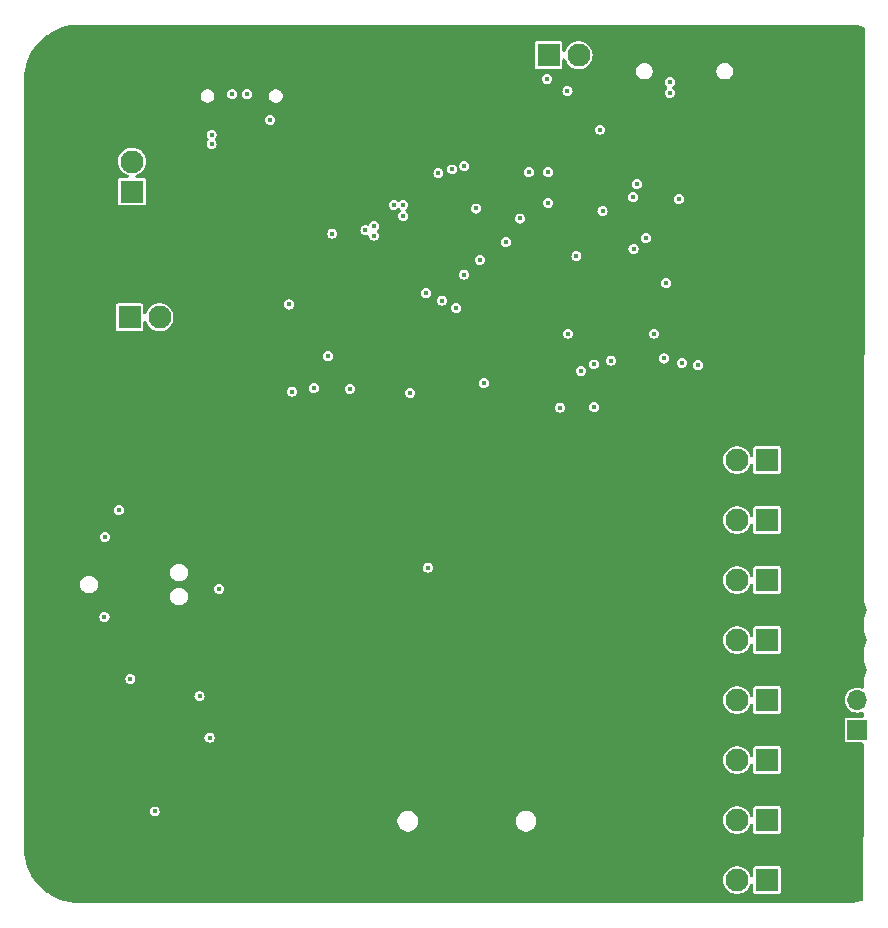
<source format=gbr>
%TF.GenerationSoftware,KiCad,Pcbnew,8.0.3*%
%TF.CreationDate,2024-06-23T22:11:50-05:00*%
%TF.ProjectId,GeckoDevelopmentBoard,4765636b-6f44-4657-9665-6c6f706d656e,rev?*%
%TF.SameCoordinates,Original*%
%TF.FileFunction,Copper,L2,Inr*%
%TF.FilePolarity,Positive*%
%FSLAX46Y46*%
G04 Gerber Fmt 4.6, Leading zero omitted, Abs format (unit mm)*
G04 Created by KiCad (PCBNEW 8.0.3) date 2024-06-23 22:11:50*
%MOMM*%
%LPD*%
G01*
G04 APERTURE LIST*
%TA.AperFunction,ComponentPad*%
%ADD10R,1.700000X1.700000*%
%TD*%
%TA.AperFunction,ComponentPad*%
%ADD11O,1.700000X1.700000*%
%TD*%
%TA.AperFunction,ComponentPad*%
%ADD12R,1.950000X1.950000*%
%TD*%
%TA.AperFunction,ComponentPad*%
%ADD13C,1.950000*%
%TD*%
%TA.AperFunction,ViaPad*%
%ADD14C,0.450000*%
%TD*%
G04 APERTURE END LIST*
D10*
%TO.N,+3V0*%
%TO.C,J202*%
X125860000Y-112540000D03*
D11*
%TO.N,P1.15*%
X125860000Y-110000000D03*
%TO.N,GND*%
X125860000Y-107460000D03*
X125860000Y-104920000D03*
X125860000Y-102380000D03*
%TD*%
D12*
%TO.N,+3V0*%
%TO.C,JP104*%
X118240000Y-115075000D03*
D13*
%TO.N,Net-(JP104-B)*%
X115700000Y-115075000D03*
%TD*%
D12*
%TO.N,+3V0*%
%TO.C,JP201*%
X118240000Y-125235000D03*
D13*
%TO.N,Net-(IC200-VDD)*%
X115700000Y-125235000D03*
%TD*%
D12*
%TO.N,VCELL*%
%TO.C,JP202*%
X99730000Y-55400000D03*
D13*
%TO.N,Net-(JP202-B)*%
X102270000Y-55400000D03*
%TD*%
D12*
%TO.N,+3V0*%
%TO.C,JP1*%
X118240000Y-89675000D03*
D13*
%TO.N,Net-(JP1-B)*%
X115700000Y-89675000D03*
%TD*%
D12*
%TO.N,+3V0*%
%TO.C,JP10*%
X118240000Y-109995000D03*
D13*
%TO.N,Net-(IC1-VDD)*%
X115700000Y-109995000D03*
%TD*%
D12*
%TO.N,+3V0*%
%TO.C,JP102*%
X118240000Y-120155000D03*
D13*
%TO.N,Net-(JP102-B)*%
X115700000Y-120155000D03*
%TD*%
D12*
%TO.N,+3V0*%
%TO.C,JP203*%
X118240000Y-99835000D03*
D13*
%TO.N,Net-(JP203-B)*%
X115700000Y-99835000D03*
%TD*%
D12*
%TO.N,+3V0*%
%TO.C,JP100*%
X64250000Y-77595000D03*
D13*
%TO.N,Net-(D100-K)*%
X66790000Y-77595000D03*
%TD*%
D12*
%TO.N,VBUS*%
%TO.C,JP200*%
X64470000Y-66940000D03*
D13*
%TO.N,Net-(D200-K)*%
X64470000Y-64400000D03*
%TD*%
D12*
%TO.N,+3V0*%
%TO.C,JP101*%
X118240000Y-104915000D03*
D13*
%TO.N,Net-(JP101-B)*%
X115700000Y-104915000D03*
%TD*%
D12*
%TO.N,+3V0*%
%TO.C,JP103*%
X118240000Y-94755000D03*
D13*
%TO.N,Net-(JP103-B)*%
X115700000Y-94755000D03*
%TD*%
D14*
%TO.N,GND*%
X120925000Y-77700000D03*
X103750000Y-77450000D03*
X98975000Y-68625000D03*
X88475000Y-70675000D03*
X77500000Y-60900000D03*
X84475000Y-75750000D03*
X111000000Y-70025000D03*
X84000000Y-67900000D03*
X82975000Y-77250000D03*
X104100000Y-124025000D03*
X65100000Y-55650000D03*
X87675000Y-65225000D03*
X97925000Y-83175000D03*
X88650000Y-115350000D03*
X66025000Y-86650000D03*
X112325000Y-77700000D03*
X124200000Y-77725000D03*
X69900000Y-83000000D03*
X109710000Y-70000000D03*
X82975000Y-75750000D03*
X82300000Y-55550000D03*
X96350000Y-119500000D03*
X79075000Y-74525000D03*
X112350000Y-72750000D03*
X69975000Y-61050000D03*
X90900000Y-73725000D03*
X90150000Y-61700000D03*
X90175000Y-60750000D03*
X106290000Y-77450000D03*
X110150000Y-76950000D03*
X100575000Y-71825000D03*
X115600000Y-85175000D03*
X103775000Y-83000000D03*
X111950000Y-74075000D03*
X107600000Y-55525000D03*
X89825000Y-69375000D03*
X68400000Y-67875000D03*
X97100000Y-70600000D03*
X110050000Y-80475000D03*
X104325000Y-67775000D03*
X106290000Y-74910000D03*
X80425000Y-71875000D03*
X102200175Y-59225175D03*
X103750000Y-74910000D03*
X89825000Y-67875000D03*
X58850000Y-63425000D03*
X94850000Y-67850000D03*
X91325000Y-69375000D03*
X93225000Y-115325000D03*
X96750000Y-66775000D03*
X99750000Y-79250000D03*
X97150000Y-74400000D03*
X90200000Y-59825000D03*
X68525000Y-115825000D03*
X90900000Y-86475000D03*
X64550000Y-102875000D03*
X84475000Y-77250000D03*
X100775000Y-67275000D03*
X91325000Y-67875000D03*
%TO.N,Net-(JP1-B)*%
X101375000Y-78975000D03*
X93900000Y-72725000D03*
X103550000Y-81575000D03*
X107950000Y-70875000D03*
X96100000Y-71225000D03*
X102086382Y-72411382D03*
X108650000Y-78975000D03*
%TO.N,Net-(U1-DEC4)*%
X109700000Y-74700000D03*
X104300000Y-68600000D03*
%TO.N,/Power/VSYS*%
X93600000Y-68375000D03*
X91566268Y-65066268D03*
X87425000Y-69000000D03*
%TO.N,VBUS*%
X84225000Y-70225000D03*
X84950000Y-69875000D03*
X84950000Y-70675000D03*
X110750000Y-67575000D03*
%TO.N,Net-(IC1-VDD)*%
X81425000Y-70505000D03*
X77750000Y-76500000D03*
%TO.N,USB_RTS*%
X91900000Y-76800000D03*
X82900000Y-83650000D03*
%TO.N,Net-(JP103-B)*%
X97300000Y-69225000D03*
X98050000Y-65300000D03*
%TO.N,D+*%
X72948000Y-58700000D03*
X74200000Y-58700000D03*
%TO.N,USB_CTS*%
X81050000Y-80875000D03*
X78025000Y-83875000D03*
%TO.N,FUEL_ALERT*%
X99600000Y-57400000D03*
X104100000Y-61700000D03*
%TO.N,SDA*%
X99700000Y-67900000D03*
X99700000Y-65300000D03*
%TO.N,SWO*%
X71850000Y-100575000D03*
X64325000Y-108200000D03*
X109500000Y-81075000D03*
%TO.N,SWDCLK*%
X112375000Y-81650000D03*
X71025000Y-113175000D03*
%TO.N,~{RESET}*%
X102475000Y-82125000D03*
X62150000Y-96175000D03*
%TO.N,SWDIO*%
X111000000Y-81450000D03*
X70175000Y-109675000D03*
%TO.N,+3V0*%
X62125000Y-102950000D03*
X66375000Y-119425000D03*
%TO.N,USB_TX*%
X89350000Y-75550000D03*
X63350000Y-93925000D03*
%TO.N,USB_RX*%
X90700000Y-76175000D03*
X79850000Y-83600000D03*
%TO.N,Net-(JP101-B)*%
X94250000Y-83175000D03*
X88025000Y-83975000D03*
%TO.N,Net-(JP203-B)*%
X92575000Y-73975000D03*
%TO.N,Net-(IC200-VDD)*%
X101325000Y-58450000D03*
%TO.N,Net-(SW200-B)*%
X110000000Y-58575000D03*
X87425000Y-68075000D03*
X86625000Y-68075000D03*
X110000000Y-57675000D03*
%TO.N,Net-(D200-A)*%
X76150000Y-60875000D03*
X71200000Y-62125000D03*
X71200000Y-62925000D03*
%TO.N,SCK*%
X100700000Y-85235000D03*
X103600000Y-85200000D03*
%TO.N,LCD_RESET*%
X105000582Y-81249418D03*
X89500000Y-98775000D03*
%TO.N,Charge Error*%
X107200000Y-66300000D03*
X90400000Y-65400000D03*
%TO.N,Charging*%
X92600000Y-64775000D03*
X106900000Y-67400000D03*
%TO.N,P1.15*%
X106925000Y-71796232D03*
%TD*%
%TA.AperFunction,Conductor*%
%TO.N,GND*%
G36*
X125002702Y-52800617D02*
G01*
X125404202Y-52818147D01*
X125414937Y-52819087D01*
X125810693Y-52871189D01*
X125821331Y-52873064D01*
X126211043Y-52959462D01*
X126221483Y-52962260D01*
X126411432Y-53022150D01*
X126469448Y-53061081D01*
X126497207Y-53125200D01*
X126498143Y-53140612D01*
X126407477Y-108901313D01*
X126387683Y-108968320D01*
X126334805Y-109013989D01*
X126265630Y-109023820D01*
X126247490Y-109019773D01*
X126065934Y-108964700D01*
X126065932Y-108964699D01*
X126065934Y-108964699D01*
X125860000Y-108944417D01*
X125654067Y-108964699D01*
X125456043Y-109024769D01*
X125345898Y-109083643D01*
X125273550Y-109122315D01*
X125273548Y-109122316D01*
X125273547Y-109122317D01*
X125113589Y-109253589D01*
X124982317Y-109413547D01*
X124884769Y-109596043D01*
X124824699Y-109794067D01*
X124804417Y-110000000D01*
X124824699Y-110205932D01*
X124841419Y-110261051D01*
X124884768Y-110403954D01*
X124982315Y-110586450D01*
X124982317Y-110586452D01*
X125113589Y-110746410D01*
X125167097Y-110790322D01*
X125273550Y-110877685D01*
X125456046Y-110975232D01*
X125654066Y-111035300D01*
X125654065Y-111035300D01*
X125672529Y-111037118D01*
X125860000Y-111055583D01*
X126065934Y-111035300D01*
X126243907Y-110981312D01*
X126313772Y-110980689D01*
X126372885Y-111017937D01*
X126402476Y-111081231D01*
X126403901Y-111100174D01*
X126403470Y-111365701D01*
X126383676Y-111432709D01*
X126330798Y-111478378D01*
X126279470Y-111489500D01*
X124990247Y-111489500D01*
X124931770Y-111501131D01*
X124931769Y-111501132D01*
X124865447Y-111545447D01*
X124821132Y-111611769D01*
X124821131Y-111611770D01*
X124809500Y-111670247D01*
X124809500Y-113409752D01*
X124821131Y-113468229D01*
X124821132Y-113468230D01*
X124865447Y-113534552D01*
X124931769Y-113578867D01*
X124931770Y-113578868D01*
X124990247Y-113590499D01*
X124990250Y-113590500D01*
X126275651Y-113590500D01*
X126342690Y-113610185D01*
X126388445Y-113662989D01*
X126399650Y-113714700D01*
X126395546Y-116238867D01*
X126378214Y-126897603D01*
X126358420Y-126964610D01*
X126305542Y-127010279D01*
X126291503Y-127015662D01*
X126221486Y-127037739D01*
X126211036Y-127040539D01*
X125821339Y-127126933D01*
X125810685Y-127128811D01*
X125414957Y-127180910D01*
X125404181Y-127181853D01*
X125002703Y-127199382D01*
X124997294Y-127199500D01*
X60002706Y-127199500D01*
X59997297Y-127199382D01*
X59595818Y-127181853D01*
X59585042Y-127180910D01*
X59189314Y-127128811D01*
X59178660Y-127126933D01*
X58788960Y-127040538D01*
X58778512Y-127037738D01*
X58397840Y-126917713D01*
X58387674Y-126914013D01*
X58018903Y-126761263D01*
X58009099Y-126756691D01*
X57655057Y-126572388D01*
X57645689Y-126566980D01*
X57309040Y-126352511D01*
X57300179Y-126346306D01*
X56983512Y-126103319D01*
X56975225Y-126096365D01*
X56680943Y-125826705D01*
X56673294Y-125819056D01*
X56403634Y-125524774D01*
X56396680Y-125516487D01*
X56180687Y-125234999D01*
X114519464Y-125234999D01*
X114519464Y-125235000D01*
X114539564Y-125451918D01*
X114539564Y-125451920D01*
X114539565Y-125451923D01*
X114599183Y-125661459D01*
X114696288Y-125856472D01*
X114827573Y-126030322D01*
X114988568Y-126177088D01*
X114988575Y-126177092D01*
X114988576Y-126177093D01*
X115173786Y-126291770D01*
X115173792Y-126291773D01*
X115196664Y-126300633D01*
X115376931Y-126370470D01*
X115591074Y-126410500D01*
X115591076Y-126410500D01*
X115808924Y-126410500D01*
X115808926Y-126410500D01*
X116023069Y-126370470D01*
X116226210Y-126291772D01*
X116411432Y-126177088D01*
X116572427Y-126030322D01*
X116703712Y-125856472D01*
X116800817Y-125661459D01*
X116821234Y-125589700D01*
X116858512Y-125530609D01*
X116921822Y-125501051D01*
X116991062Y-125510413D01*
X117044248Y-125555722D01*
X117064496Y-125622594D01*
X117064500Y-125623636D01*
X117064500Y-126229752D01*
X117076131Y-126288229D01*
X117076132Y-126288230D01*
X117120447Y-126354552D01*
X117186769Y-126398867D01*
X117186770Y-126398868D01*
X117245247Y-126410499D01*
X117245250Y-126410500D01*
X117245252Y-126410500D01*
X119234750Y-126410500D01*
X119234751Y-126410499D01*
X119249568Y-126407552D01*
X119293229Y-126398868D01*
X119293229Y-126398867D01*
X119293231Y-126398867D01*
X119359552Y-126354552D01*
X119403867Y-126288231D01*
X119403867Y-126288229D01*
X119403868Y-126288229D01*
X119415499Y-126229752D01*
X119415500Y-126229750D01*
X119415500Y-124240249D01*
X119415499Y-124240247D01*
X119403868Y-124181770D01*
X119403867Y-124181769D01*
X119359552Y-124115447D01*
X119293230Y-124071132D01*
X119293229Y-124071131D01*
X119234752Y-124059500D01*
X119234748Y-124059500D01*
X117245252Y-124059500D01*
X117245247Y-124059500D01*
X117186770Y-124071131D01*
X117186769Y-124071132D01*
X117120447Y-124115447D01*
X117076132Y-124181769D01*
X117076131Y-124181770D01*
X117064500Y-124240247D01*
X117064500Y-124846363D01*
X117044815Y-124913402D01*
X116992011Y-124959157D01*
X116922853Y-124969101D01*
X116859297Y-124940076D01*
X116821523Y-124881298D01*
X116821234Y-124880297D01*
X116800819Y-124808545D01*
X116800816Y-124808539D01*
X116800815Y-124808537D01*
X116703712Y-124613528D01*
X116572427Y-124439678D01*
X116411432Y-124292912D01*
X116411428Y-124292909D01*
X116411423Y-124292906D01*
X116226213Y-124178229D01*
X116226207Y-124178226D01*
X116141113Y-124145260D01*
X116023069Y-124099530D01*
X115808926Y-124059500D01*
X115591074Y-124059500D01*
X115376931Y-124099530D01*
X115356813Y-124107324D01*
X115173792Y-124178226D01*
X115173786Y-124178229D01*
X114988576Y-124292906D01*
X114988566Y-124292913D01*
X114827574Y-124439676D01*
X114696288Y-124613527D01*
X114599184Y-124808537D01*
X114539564Y-125018081D01*
X114519464Y-125234999D01*
X56180687Y-125234999D01*
X56153693Y-125199820D01*
X56147488Y-125190959D01*
X55933019Y-124854310D01*
X55927611Y-124844942D01*
X55743308Y-124490900D01*
X55738736Y-124481096D01*
X55721580Y-124439678D01*
X55585982Y-124112315D01*
X55582286Y-124102159D01*
X55581457Y-124099530D01*
X55462260Y-123721483D01*
X55459461Y-123711039D01*
X55373066Y-123321339D01*
X55371188Y-123310685D01*
X55350849Y-123156193D01*
X55319087Y-122914937D01*
X55318147Y-122904202D01*
X55300618Y-122502702D01*
X55300500Y-122497293D01*
X55300500Y-120163372D01*
X86930500Y-120163372D01*
X86930500Y-120336627D01*
X86964296Y-120506533D01*
X86964298Y-120506541D01*
X87030597Y-120666601D01*
X87030597Y-120666602D01*
X87126843Y-120810644D01*
X87126849Y-120810652D01*
X87249347Y-120933150D01*
X87249355Y-120933156D01*
X87393398Y-121029402D01*
X87393399Y-121029402D01*
X87393400Y-121029403D01*
X87553459Y-121095702D01*
X87723372Y-121129499D01*
X87723376Y-121129500D01*
X87723377Y-121129500D01*
X87896624Y-121129500D01*
X87896625Y-121129499D01*
X88066541Y-121095702D01*
X88226600Y-121029403D01*
X88226601Y-121029402D01*
X88226602Y-121029402D01*
X88344952Y-120950323D01*
X88370649Y-120933153D01*
X88493153Y-120810649D01*
X88541600Y-120738141D01*
X88589402Y-120666602D01*
X88589402Y-120666601D01*
X88589403Y-120666600D01*
X88655702Y-120506541D01*
X88689500Y-120336623D01*
X88689500Y-120164899D01*
X96935924Y-120164899D01*
X96935924Y-120338154D01*
X96969720Y-120508060D01*
X96969722Y-120508068D01*
X97036021Y-120668128D01*
X97036021Y-120668129D01*
X97132267Y-120812171D01*
X97132273Y-120812179D01*
X97254771Y-120934677D01*
X97254779Y-120934683D01*
X97398822Y-121030929D01*
X97398823Y-121030929D01*
X97398824Y-121030930D01*
X97558883Y-121097229D01*
X97721119Y-121129499D01*
X97728796Y-121131026D01*
X97728800Y-121131027D01*
X97728801Y-121131027D01*
X97902048Y-121131027D01*
X97902049Y-121131026D01*
X98071965Y-121097229D01*
X98232024Y-121030930D01*
X98232025Y-121030929D01*
X98232026Y-121030929D01*
X98352663Y-120950322D01*
X98376073Y-120934680D01*
X98498577Y-120812176D01*
X98594827Y-120668127D01*
X98661126Y-120508068D01*
X98694924Y-120338150D01*
X98694924Y-120164904D01*
X98692954Y-120154999D01*
X114519464Y-120154999D01*
X114519464Y-120155000D01*
X114539564Y-120371918D01*
X114539564Y-120371920D01*
X114539565Y-120371923D01*
X114599183Y-120581459D01*
X114599184Y-120581462D01*
X114696288Y-120776472D01*
X114827573Y-120950322D01*
X114988568Y-121097088D01*
X114988575Y-121097092D01*
X114988576Y-121097093D01*
X115173786Y-121211770D01*
X115173792Y-121211773D01*
X115196664Y-121220633D01*
X115376931Y-121290470D01*
X115591074Y-121330500D01*
X115591076Y-121330500D01*
X115808924Y-121330500D01*
X115808926Y-121330500D01*
X116023069Y-121290470D01*
X116226210Y-121211772D01*
X116411432Y-121097088D01*
X116572427Y-120950322D01*
X116703712Y-120776472D01*
X116800817Y-120581459D01*
X116821234Y-120509700D01*
X116858512Y-120450609D01*
X116921822Y-120421051D01*
X116991062Y-120430413D01*
X117044248Y-120475722D01*
X117064496Y-120542594D01*
X117064500Y-120543636D01*
X117064500Y-121149752D01*
X117076131Y-121208229D01*
X117076132Y-121208230D01*
X117120447Y-121274552D01*
X117186769Y-121318867D01*
X117186770Y-121318868D01*
X117245247Y-121330499D01*
X117245250Y-121330500D01*
X117245252Y-121330500D01*
X119234750Y-121330500D01*
X119234751Y-121330499D01*
X119249568Y-121327552D01*
X119293229Y-121318868D01*
X119293229Y-121318867D01*
X119293231Y-121318867D01*
X119359552Y-121274552D01*
X119403867Y-121208231D01*
X119403867Y-121208229D01*
X119403868Y-121208229D01*
X119415499Y-121149752D01*
X119415500Y-121149750D01*
X119415500Y-119160249D01*
X119415499Y-119160247D01*
X119403868Y-119101770D01*
X119403867Y-119101769D01*
X119359552Y-119035447D01*
X119293230Y-118991132D01*
X119293229Y-118991131D01*
X119234752Y-118979500D01*
X119234748Y-118979500D01*
X117245252Y-118979500D01*
X117245247Y-118979500D01*
X117186770Y-118991131D01*
X117186769Y-118991132D01*
X117120447Y-119035447D01*
X117076132Y-119101769D01*
X117076131Y-119101770D01*
X117064500Y-119160247D01*
X117064500Y-119766363D01*
X117044815Y-119833402D01*
X116992011Y-119879157D01*
X116922853Y-119889101D01*
X116859297Y-119860076D01*
X116821523Y-119801298D01*
X116821234Y-119800297D01*
X116800819Y-119728545D01*
X116800816Y-119728539D01*
X116781301Y-119689347D01*
X116703712Y-119533528D01*
X116572427Y-119359678D01*
X116411432Y-119212912D01*
X116411428Y-119212909D01*
X116411423Y-119212906D01*
X116226213Y-119098229D01*
X116226207Y-119098226D01*
X116141113Y-119065260D01*
X116023069Y-119019530D01*
X115808926Y-118979500D01*
X115591074Y-118979500D01*
X115376931Y-119019530D01*
X115335845Y-119035447D01*
X115173792Y-119098226D01*
X115173786Y-119098229D01*
X114988576Y-119212906D01*
X114988566Y-119212913D01*
X114827574Y-119359676D01*
X114696288Y-119533527D01*
X114599184Y-119728537D01*
X114539564Y-119938081D01*
X114519464Y-120154999D01*
X98692954Y-120154999D01*
X98661126Y-119994986D01*
X98594827Y-119834927D01*
X98594826Y-119834925D01*
X98594826Y-119834924D01*
X98498580Y-119690882D01*
X98498574Y-119690874D01*
X98376076Y-119568376D01*
X98376068Y-119568370D01*
X98232025Y-119472124D01*
X98071965Y-119405825D01*
X98071957Y-119405823D01*
X97902051Y-119372027D01*
X97902047Y-119372027D01*
X97728801Y-119372027D01*
X97728796Y-119372027D01*
X97558890Y-119405823D01*
X97558882Y-119405825D01*
X97398822Y-119472124D01*
X97398821Y-119472124D01*
X97254779Y-119568370D01*
X97254771Y-119568376D01*
X97132273Y-119690874D01*
X97132267Y-119690882D01*
X97036021Y-119834924D01*
X97036021Y-119834925D01*
X96969722Y-119994985D01*
X96969720Y-119994993D01*
X96935924Y-120164899D01*
X88689500Y-120164899D01*
X88689500Y-120163377D01*
X88655702Y-119993459D01*
X88589403Y-119833400D01*
X88589402Y-119833398D01*
X88589402Y-119833397D01*
X88493156Y-119689355D01*
X88493150Y-119689347D01*
X88370652Y-119566849D01*
X88370644Y-119566843D01*
X88226601Y-119470597D01*
X88066541Y-119404298D01*
X88066533Y-119404296D01*
X87896627Y-119370500D01*
X87896623Y-119370500D01*
X87723377Y-119370500D01*
X87723372Y-119370500D01*
X87553466Y-119404296D01*
X87553458Y-119404298D01*
X87393398Y-119470597D01*
X87393397Y-119470597D01*
X87249355Y-119566843D01*
X87249347Y-119566849D01*
X87126849Y-119689347D01*
X87126843Y-119689355D01*
X87030597Y-119833397D01*
X87030597Y-119833398D01*
X86964298Y-119993458D01*
X86964296Y-119993466D01*
X86930500Y-120163372D01*
X55300500Y-120163372D01*
X55300500Y-119424997D01*
X65944196Y-119424997D01*
X65944196Y-119425002D01*
X65965279Y-119558121D01*
X65965280Y-119558124D01*
X65965281Y-119558126D01*
X65969723Y-119566843D01*
X66026473Y-119678221D01*
X66026476Y-119678225D01*
X66121774Y-119773523D01*
X66121778Y-119773526D01*
X66121780Y-119773528D01*
X66241874Y-119834719D01*
X66241876Y-119834719D01*
X66241878Y-119834720D01*
X66374998Y-119855804D01*
X66375000Y-119855804D01*
X66375002Y-119855804D01*
X66508121Y-119834720D01*
X66508121Y-119834719D01*
X66508126Y-119834719D01*
X66628220Y-119773528D01*
X66723528Y-119678220D01*
X66784719Y-119558126D01*
X66788615Y-119533527D01*
X66805804Y-119425002D01*
X66805804Y-119424997D01*
X66784720Y-119291878D01*
X66784719Y-119291876D01*
X66784719Y-119291874D01*
X66723528Y-119171780D01*
X66723526Y-119171778D01*
X66723523Y-119171774D01*
X66628225Y-119076476D01*
X66628221Y-119076473D01*
X66628220Y-119076472D01*
X66508126Y-119015281D01*
X66508124Y-119015280D01*
X66508121Y-119015279D01*
X66375002Y-118994196D01*
X66374998Y-118994196D01*
X66241878Y-119015279D01*
X66121778Y-119076473D01*
X66121774Y-119076476D01*
X66026476Y-119171774D01*
X66026473Y-119171778D01*
X65965279Y-119291878D01*
X65944196Y-119424997D01*
X55300500Y-119424997D01*
X55300500Y-115074999D01*
X114519464Y-115074999D01*
X114519464Y-115075000D01*
X114539564Y-115291918D01*
X114539564Y-115291920D01*
X114539565Y-115291923D01*
X114599183Y-115501459D01*
X114696288Y-115696472D01*
X114827573Y-115870322D01*
X114988568Y-116017088D01*
X114988575Y-116017092D01*
X114988576Y-116017093D01*
X115173786Y-116131770D01*
X115173792Y-116131773D01*
X115196664Y-116140633D01*
X115376931Y-116210470D01*
X115591074Y-116250500D01*
X115591076Y-116250500D01*
X115808924Y-116250500D01*
X115808926Y-116250500D01*
X116023069Y-116210470D01*
X116226210Y-116131772D01*
X116411432Y-116017088D01*
X116572427Y-115870322D01*
X116703712Y-115696472D01*
X116800817Y-115501459D01*
X116821234Y-115429700D01*
X116858512Y-115370609D01*
X116921822Y-115341051D01*
X116991062Y-115350413D01*
X117044248Y-115395722D01*
X117064496Y-115462594D01*
X117064500Y-115463636D01*
X117064500Y-116069752D01*
X117076131Y-116128229D01*
X117076132Y-116128230D01*
X117120447Y-116194552D01*
X117186769Y-116238867D01*
X117186770Y-116238868D01*
X117245247Y-116250499D01*
X117245250Y-116250500D01*
X117245252Y-116250500D01*
X119234750Y-116250500D01*
X119234751Y-116250499D01*
X119249568Y-116247552D01*
X119293229Y-116238868D01*
X119293229Y-116238867D01*
X119293231Y-116238867D01*
X119359552Y-116194552D01*
X119403867Y-116128231D01*
X119403867Y-116128229D01*
X119403868Y-116128229D01*
X119415499Y-116069752D01*
X119415500Y-116069750D01*
X119415500Y-114080249D01*
X119415499Y-114080247D01*
X119403868Y-114021770D01*
X119403867Y-114021769D01*
X119359552Y-113955447D01*
X119293230Y-113911132D01*
X119293229Y-113911131D01*
X119234752Y-113899500D01*
X119234748Y-113899500D01*
X117245252Y-113899500D01*
X117245247Y-113899500D01*
X117186770Y-113911131D01*
X117186769Y-113911132D01*
X117120447Y-113955447D01*
X117076132Y-114021769D01*
X117076131Y-114021770D01*
X117064500Y-114080247D01*
X117064500Y-114686363D01*
X117044815Y-114753402D01*
X116992011Y-114799157D01*
X116922853Y-114809101D01*
X116859297Y-114780076D01*
X116821523Y-114721298D01*
X116821234Y-114720297D01*
X116800819Y-114648545D01*
X116800816Y-114648539D01*
X116800815Y-114648537D01*
X116703712Y-114453528D01*
X116572427Y-114279678D01*
X116411432Y-114132912D01*
X116411428Y-114132909D01*
X116411423Y-114132906D01*
X116226213Y-114018229D01*
X116226207Y-114018226D01*
X116141113Y-113985260D01*
X116023069Y-113939530D01*
X115808926Y-113899500D01*
X115591074Y-113899500D01*
X115376931Y-113939530D01*
X115335845Y-113955447D01*
X115173792Y-114018226D01*
X115173786Y-114018229D01*
X114988576Y-114132906D01*
X114988566Y-114132913D01*
X114827574Y-114279676D01*
X114696288Y-114453527D01*
X114599184Y-114648537D01*
X114539564Y-114858081D01*
X114519464Y-115074999D01*
X55300500Y-115074999D01*
X55300500Y-113174997D01*
X70594196Y-113174997D01*
X70594196Y-113175002D01*
X70615279Y-113308121D01*
X70615280Y-113308124D01*
X70615281Y-113308126D01*
X70676472Y-113428220D01*
X70676473Y-113428221D01*
X70676476Y-113428225D01*
X70771774Y-113523523D01*
X70771778Y-113523526D01*
X70771780Y-113523528D01*
X70891874Y-113584719D01*
X70891876Y-113584719D01*
X70891878Y-113584720D01*
X71024998Y-113605804D01*
X71025000Y-113605804D01*
X71025002Y-113605804D01*
X71158121Y-113584720D01*
X71158121Y-113584719D01*
X71158126Y-113584719D01*
X71278220Y-113523528D01*
X71373528Y-113428220D01*
X71434719Y-113308126D01*
X71455804Y-113175000D01*
X71434719Y-113041874D01*
X71373528Y-112921780D01*
X71373526Y-112921778D01*
X71373523Y-112921774D01*
X71278225Y-112826476D01*
X71278221Y-112826473D01*
X71278220Y-112826472D01*
X71158126Y-112765281D01*
X71158124Y-112765280D01*
X71158121Y-112765279D01*
X71025002Y-112744196D01*
X71024998Y-112744196D01*
X70891878Y-112765279D01*
X70771778Y-112826473D01*
X70771774Y-112826476D01*
X70676476Y-112921774D01*
X70676473Y-112921778D01*
X70615279Y-113041878D01*
X70594196Y-113174997D01*
X55300500Y-113174997D01*
X55300500Y-109674997D01*
X69744196Y-109674997D01*
X69744196Y-109675002D01*
X69765279Y-109808121D01*
X69765280Y-109808124D01*
X69765281Y-109808126D01*
X69826472Y-109928220D01*
X69826473Y-109928221D01*
X69826476Y-109928225D01*
X69921774Y-110023523D01*
X69921778Y-110023526D01*
X69921780Y-110023528D01*
X70041874Y-110084719D01*
X70041876Y-110084719D01*
X70041878Y-110084720D01*
X70174998Y-110105804D01*
X70175000Y-110105804D01*
X70175002Y-110105804D01*
X70308121Y-110084720D01*
X70308121Y-110084719D01*
X70308126Y-110084719D01*
X70428220Y-110023528D01*
X70456749Y-109994999D01*
X114519464Y-109994999D01*
X114519464Y-109995000D01*
X114539564Y-110211918D01*
X114539564Y-110211920D01*
X114539565Y-110211923D01*
X114599183Y-110421459D01*
X114696288Y-110616472D01*
X114827573Y-110790322D01*
X114988568Y-110937088D01*
X114988575Y-110937092D01*
X114988576Y-110937093D01*
X115173786Y-111051770D01*
X115173792Y-111051773D01*
X115183627Y-111055583D01*
X115376931Y-111130470D01*
X115591074Y-111170500D01*
X115591076Y-111170500D01*
X115808924Y-111170500D01*
X115808926Y-111170500D01*
X116023069Y-111130470D01*
X116226210Y-111051772D01*
X116411432Y-110937088D01*
X116572427Y-110790322D01*
X116703712Y-110616472D01*
X116800817Y-110421459D01*
X116821234Y-110349700D01*
X116858512Y-110290609D01*
X116921822Y-110261051D01*
X116991062Y-110270413D01*
X117044248Y-110315722D01*
X117064496Y-110382594D01*
X117064500Y-110383636D01*
X117064500Y-110989752D01*
X117076131Y-111048229D01*
X117076132Y-111048230D01*
X117120447Y-111114552D01*
X117186769Y-111158867D01*
X117186770Y-111158868D01*
X117245247Y-111170499D01*
X117245250Y-111170500D01*
X117245252Y-111170500D01*
X119234750Y-111170500D01*
X119234751Y-111170499D01*
X119249568Y-111167552D01*
X119293229Y-111158868D01*
X119293229Y-111158867D01*
X119293231Y-111158867D01*
X119359552Y-111114552D01*
X119403867Y-111048231D01*
X119403867Y-111048229D01*
X119403868Y-111048229D01*
X119415499Y-110989752D01*
X119415500Y-110989750D01*
X119415500Y-109000249D01*
X119415499Y-109000247D01*
X119403868Y-108941770D01*
X119403867Y-108941769D01*
X119359552Y-108875447D01*
X119293230Y-108831132D01*
X119293229Y-108831131D01*
X119234752Y-108819500D01*
X119234748Y-108819500D01*
X117245252Y-108819500D01*
X117245247Y-108819500D01*
X117186770Y-108831131D01*
X117186769Y-108831132D01*
X117120447Y-108875447D01*
X117076132Y-108941769D01*
X117076131Y-108941770D01*
X117064500Y-109000247D01*
X117064500Y-109606363D01*
X117044815Y-109673402D01*
X116992011Y-109719157D01*
X116922853Y-109729101D01*
X116859297Y-109700076D01*
X116821523Y-109641298D01*
X116821234Y-109640297D01*
X116800819Y-109568545D01*
X116800816Y-109568539D01*
X116787538Y-109541874D01*
X116703712Y-109373528D01*
X116572427Y-109199678D01*
X116411432Y-109052912D01*
X116411428Y-109052909D01*
X116411423Y-109052906D01*
X116226213Y-108938229D01*
X116226207Y-108938226D01*
X116130922Y-108901313D01*
X116023069Y-108859530D01*
X115808926Y-108819500D01*
X115591074Y-108819500D01*
X115376931Y-108859530D01*
X115335845Y-108875447D01*
X115173792Y-108938226D01*
X115173786Y-108938229D01*
X114988576Y-109052906D01*
X114988566Y-109052913D01*
X114827574Y-109199676D01*
X114696288Y-109373527D01*
X114599184Y-109568537D01*
X114539564Y-109778081D01*
X114519464Y-109994999D01*
X70456749Y-109994999D01*
X70523528Y-109928220D01*
X70584719Y-109808126D01*
X70589478Y-109778081D01*
X70605804Y-109675002D01*
X70605804Y-109674997D01*
X70584720Y-109541878D01*
X70584719Y-109541876D01*
X70584719Y-109541874D01*
X70523528Y-109421780D01*
X70523526Y-109421778D01*
X70523523Y-109421774D01*
X70428225Y-109326476D01*
X70428221Y-109326473D01*
X70428220Y-109326472D01*
X70308126Y-109265281D01*
X70308124Y-109265280D01*
X70308121Y-109265279D01*
X70175002Y-109244196D01*
X70174998Y-109244196D01*
X70041878Y-109265279D01*
X69921778Y-109326473D01*
X69921774Y-109326476D01*
X69826476Y-109421774D01*
X69826473Y-109421778D01*
X69765279Y-109541878D01*
X69744196Y-109674997D01*
X55300500Y-109674997D01*
X55300500Y-108199997D01*
X63894196Y-108199997D01*
X63894196Y-108200002D01*
X63915279Y-108333121D01*
X63915280Y-108333124D01*
X63915281Y-108333126D01*
X63976472Y-108453220D01*
X63976473Y-108453221D01*
X63976476Y-108453225D01*
X64071774Y-108548523D01*
X64071778Y-108548526D01*
X64071780Y-108548528D01*
X64191874Y-108609719D01*
X64191876Y-108609719D01*
X64191878Y-108609720D01*
X64324998Y-108630804D01*
X64325000Y-108630804D01*
X64325002Y-108630804D01*
X64458121Y-108609720D01*
X64458121Y-108609719D01*
X64458126Y-108609719D01*
X64578220Y-108548528D01*
X64673528Y-108453220D01*
X64734719Y-108333126D01*
X64755804Y-108200000D01*
X64734719Y-108066874D01*
X64673528Y-107946780D01*
X64673526Y-107946778D01*
X64673523Y-107946774D01*
X64578225Y-107851476D01*
X64578221Y-107851473D01*
X64578220Y-107851472D01*
X64458126Y-107790281D01*
X64458124Y-107790280D01*
X64458121Y-107790279D01*
X64325002Y-107769196D01*
X64324998Y-107769196D01*
X64191878Y-107790279D01*
X64071778Y-107851473D01*
X64071774Y-107851476D01*
X63976476Y-107946774D01*
X63976473Y-107946778D01*
X63915279Y-108066878D01*
X63894196Y-108199997D01*
X55300500Y-108199997D01*
X55300500Y-104914999D01*
X114519464Y-104914999D01*
X114519464Y-104915000D01*
X114539564Y-105131918D01*
X114539564Y-105131920D01*
X114539565Y-105131923D01*
X114599183Y-105341459D01*
X114696288Y-105536472D01*
X114827573Y-105710322D01*
X114988568Y-105857088D01*
X114988575Y-105857092D01*
X114988576Y-105857093D01*
X115173786Y-105971770D01*
X115173792Y-105971773D01*
X115196664Y-105980633D01*
X115376931Y-106050470D01*
X115591074Y-106090500D01*
X115591076Y-106090500D01*
X115808924Y-106090500D01*
X115808926Y-106090500D01*
X116023069Y-106050470D01*
X116226210Y-105971772D01*
X116411432Y-105857088D01*
X116572427Y-105710322D01*
X116703712Y-105536472D01*
X116800817Y-105341459D01*
X116821234Y-105269700D01*
X116858512Y-105210609D01*
X116921822Y-105181051D01*
X116991062Y-105190413D01*
X117044248Y-105235722D01*
X117064496Y-105302594D01*
X117064500Y-105303636D01*
X117064500Y-105909752D01*
X117076131Y-105968229D01*
X117076132Y-105968230D01*
X117120447Y-106034552D01*
X117186769Y-106078867D01*
X117186770Y-106078868D01*
X117245247Y-106090499D01*
X117245250Y-106090500D01*
X117245252Y-106090500D01*
X119234750Y-106090500D01*
X119234751Y-106090499D01*
X119249568Y-106087552D01*
X119293229Y-106078868D01*
X119293229Y-106078867D01*
X119293231Y-106078867D01*
X119359552Y-106034552D01*
X119403867Y-105968231D01*
X119403867Y-105968229D01*
X119403868Y-105968229D01*
X119415499Y-105909752D01*
X119415500Y-105909750D01*
X119415500Y-103920249D01*
X119415499Y-103920247D01*
X119403868Y-103861770D01*
X119403867Y-103861769D01*
X119359552Y-103795447D01*
X119293230Y-103751132D01*
X119293229Y-103751131D01*
X119234752Y-103739500D01*
X119234748Y-103739500D01*
X117245252Y-103739500D01*
X117245247Y-103739500D01*
X117186770Y-103751131D01*
X117186769Y-103751132D01*
X117120447Y-103795447D01*
X117076132Y-103861769D01*
X117076131Y-103861770D01*
X117064500Y-103920247D01*
X117064500Y-104526363D01*
X117044815Y-104593402D01*
X116992011Y-104639157D01*
X116922853Y-104649101D01*
X116859297Y-104620076D01*
X116821523Y-104561298D01*
X116821234Y-104560297D01*
X116800819Y-104488545D01*
X116800816Y-104488539D01*
X116800815Y-104488537D01*
X116703712Y-104293528D01*
X116572427Y-104119678D01*
X116411432Y-103972912D01*
X116411428Y-103972909D01*
X116411423Y-103972906D01*
X116226213Y-103858229D01*
X116226207Y-103858226D01*
X116141113Y-103825260D01*
X116023069Y-103779530D01*
X115808926Y-103739500D01*
X115591074Y-103739500D01*
X115376931Y-103779530D01*
X115335845Y-103795447D01*
X115173792Y-103858226D01*
X115173786Y-103858229D01*
X114988576Y-103972906D01*
X114988566Y-103972913D01*
X114827574Y-104119676D01*
X114696288Y-104293527D01*
X114599184Y-104488537D01*
X114539564Y-104698081D01*
X114519464Y-104914999D01*
X55300500Y-104914999D01*
X55300500Y-102949997D01*
X61694196Y-102949997D01*
X61694196Y-102950002D01*
X61715279Y-103083121D01*
X61715280Y-103083124D01*
X61715281Y-103083126D01*
X61776472Y-103203220D01*
X61776473Y-103203221D01*
X61776476Y-103203225D01*
X61871774Y-103298523D01*
X61871778Y-103298526D01*
X61871780Y-103298528D01*
X61991874Y-103359719D01*
X61991876Y-103359719D01*
X61991878Y-103359720D01*
X62124998Y-103380804D01*
X62125000Y-103380804D01*
X62125002Y-103380804D01*
X62258121Y-103359720D01*
X62258121Y-103359719D01*
X62258126Y-103359719D01*
X62378220Y-103298528D01*
X62473528Y-103203220D01*
X62534719Y-103083126D01*
X62555804Y-102950000D01*
X62534719Y-102816874D01*
X62473528Y-102696780D01*
X62473526Y-102696778D01*
X62473523Y-102696774D01*
X62378225Y-102601476D01*
X62378221Y-102601473D01*
X62378220Y-102601472D01*
X62258126Y-102540281D01*
X62258124Y-102540280D01*
X62258121Y-102540279D01*
X62125002Y-102519196D01*
X62124998Y-102519196D01*
X61991878Y-102540279D01*
X61871778Y-102601473D01*
X61871774Y-102601476D01*
X61776476Y-102696774D01*
X61776473Y-102696778D01*
X61715279Y-102816878D01*
X61694196Y-102949997D01*
X55300500Y-102949997D01*
X55300500Y-101151126D01*
X67690000Y-101151126D01*
X67690000Y-101298873D01*
X67718820Y-101443759D01*
X67718822Y-101443767D01*
X67775357Y-101580254D01*
X67775362Y-101580264D01*
X67857436Y-101703096D01*
X67857439Y-101703100D01*
X67961899Y-101807560D01*
X67961903Y-101807563D01*
X68084735Y-101889637D01*
X68084739Y-101889639D01*
X68084742Y-101889641D01*
X68221233Y-101946178D01*
X68366126Y-101974999D01*
X68366129Y-101975000D01*
X68366131Y-101975000D01*
X68513871Y-101975000D01*
X68513872Y-101974999D01*
X68658767Y-101946178D01*
X68795258Y-101889641D01*
X68918097Y-101807563D01*
X69022563Y-101703097D01*
X69104641Y-101580258D01*
X69161178Y-101443767D01*
X69190000Y-101298869D01*
X69190000Y-101151131D01*
X69190000Y-101151128D01*
X69189999Y-101151126D01*
X69161178Y-101006233D01*
X69104641Y-100869742D01*
X69104639Y-100869739D01*
X69104637Y-100869735D01*
X69022563Y-100746903D01*
X69022560Y-100746899D01*
X68918100Y-100642439D01*
X68918096Y-100642436D01*
X68817167Y-100574997D01*
X71419196Y-100574997D01*
X71419196Y-100575002D01*
X71440279Y-100708121D01*
X71440280Y-100708124D01*
X71440281Y-100708126D01*
X71483304Y-100792563D01*
X71501473Y-100828221D01*
X71501476Y-100828225D01*
X71596774Y-100923523D01*
X71596778Y-100923526D01*
X71596780Y-100923528D01*
X71716874Y-100984719D01*
X71716876Y-100984719D01*
X71716878Y-100984720D01*
X71849998Y-101005804D01*
X71850000Y-101005804D01*
X71850002Y-101005804D01*
X71983121Y-100984720D01*
X71983121Y-100984719D01*
X71983126Y-100984719D01*
X72103220Y-100923528D01*
X72198528Y-100828220D01*
X72259719Y-100708126D01*
X72262891Y-100688097D01*
X72280804Y-100575002D01*
X72280804Y-100574997D01*
X72259720Y-100441878D01*
X72259719Y-100441876D01*
X72259719Y-100441874D01*
X72198528Y-100321780D01*
X72198526Y-100321778D01*
X72198523Y-100321774D01*
X72103225Y-100226476D01*
X72103221Y-100226473D01*
X72103220Y-100226472D01*
X71983126Y-100165281D01*
X71983124Y-100165280D01*
X71983121Y-100165279D01*
X71850002Y-100144196D01*
X71849998Y-100144196D01*
X71716878Y-100165279D01*
X71596778Y-100226473D01*
X71596774Y-100226476D01*
X71501476Y-100321774D01*
X71501473Y-100321778D01*
X71440279Y-100441878D01*
X71419196Y-100574997D01*
X68817167Y-100574997D01*
X68795264Y-100560362D01*
X68795254Y-100560357D01*
X68658767Y-100503822D01*
X68658759Y-100503820D01*
X68513872Y-100475000D01*
X68513869Y-100475000D01*
X68366131Y-100475000D01*
X68366128Y-100475000D01*
X68221240Y-100503820D01*
X68221232Y-100503822D01*
X68084745Y-100560357D01*
X68084735Y-100560362D01*
X67961903Y-100642436D01*
X67961899Y-100642439D01*
X67857439Y-100746899D01*
X67857436Y-100746903D01*
X67775362Y-100869735D01*
X67775357Y-100869745D01*
X67718822Y-101006232D01*
X67718820Y-101006240D01*
X67690000Y-101151126D01*
X55300500Y-101151126D01*
X55300500Y-100136126D01*
X60070000Y-100136126D01*
X60070000Y-100283873D01*
X60098820Y-100428759D01*
X60098822Y-100428767D01*
X60155357Y-100565254D01*
X60155362Y-100565264D01*
X60237436Y-100688096D01*
X60237439Y-100688100D01*
X60341899Y-100792560D01*
X60341903Y-100792563D01*
X60464735Y-100874637D01*
X60464739Y-100874639D01*
X60464742Y-100874641D01*
X60601233Y-100931178D01*
X60718742Y-100954552D01*
X60746126Y-100959999D01*
X60746129Y-100960000D01*
X60746131Y-100960000D01*
X60893871Y-100960000D01*
X60893872Y-100959999D01*
X61038767Y-100931178D01*
X61175258Y-100874641D01*
X61298097Y-100792563D01*
X61402563Y-100688097D01*
X61484641Y-100565258D01*
X61541178Y-100428767D01*
X61570000Y-100283869D01*
X61570000Y-100136131D01*
X61570000Y-100136128D01*
X61569999Y-100136126D01*
X61541179Y-99991240D01*
X61541178Y-99991233D01*
X61484641Y-99854742D01*
X61484639Y-99854739D01*
X61484637Y-99854735D01*
X61402563Y-99731903D01*
X61402560Y-99731899D01*
X61298100Y-99627439D01*
X61298096Y-99627436D01*
X61175264Y-99545362D01*
X61175254Y-99545357D01*
X61038767Y-99488822D01*
X61038759Y-99488820D01*
X60893872Y-99460000D01*
X60893869Y-99460000D01*
X60746131Y-99460000D01*
X60746128Y-99460000D01*
X60601240Y-99488820D01*
X60601232Y-99488822D01*
X60464745Y-99545357D01*
X60464735Y-99545362D01*
X60341903Y-99627436D01*
X60341899Y-99627439D01*
X60237439Y-99731899D01*
X60237436Y-99731903D01*
X60155362Y-99854735D01*
X60155357Y-99854745D01*
X60098822Y-99991232D01*
X60098820Y-99991240D01*
X60070000Y-100136126D01*
X55300500Y-100136126D01*
X55300500Y-99121126D01*
X67690000Y-99121126D01*
X67690000Y-99268873D01*
X67718820Y-99413759D01*
X67718822Y-99413767D01*
X67775357Y-99550254D01*
X67775362Y-99550264D01*
X67857436Y-99673096D01*
X67857439Y-99673100D01*
X67961899Y-99777560D01*
X67961903Y-99777563D01*
X68084735Y-99859637D01*
X68084739Y-99859639D01*
X68084742Y-99859641D01*
X68221233Y-99916178D01*
X68366126Y-99944999D01*
X68366129Y-99945000D01*
X68366131Y-99945000D01*
X68513871Y-99945000D01*
X68513872Y-99944999D01*
X68658767Y-99916178D01*
X68795258Y-99859641D01*
X68832138Y-99834999D01*
X114519464Y-99834999D01*
X114519464Y-99835000D01*
X114539564Y-100051918D01*
X114539564Y-100051920D01*
X114539565Y-100051923D01*
X114589229Y-100226473D01*
X114599184Y-100261462D01*
X114689019Y-100441874D01*
X114696288Y-100456472D01*
X114785797Y-100575002D01*
X114827574Y-100630323D01*
X114840865Y-100642439D01*
X114988568Y-100777088D01*
X114988575Y-100777092D01*
X114988576Y-100777093D01*
X115173786Y-100891770D01*
X115173792Y-100891773D01*
X115196664Y-100900633D01*
X115376931Y-100970470D01*
X115591074Y-101010500D01*
X115591076Y-101010500D01*
X115808924Y-101010500D01*
X115808926Y-101010500D01*
X116023069Y-100970470D01*
X116226210Y-100891772D01*
X116411432Y-100777088D01*
X116572427Y-100630322D01*
X116703712Y-100456472D01*
X116800817Y-100261459D01*
X116821234Y-100189700D01*
X116858512Y-100130609D01*
X116921822Y-100101051D01*
X116991062Y-100110413D01*
X117044248Y-100155722D01*
X117064496Y-100222594D01*
X117064500Y-100223636D01*
X117064500Y-100829752D01*
X117076131Y-100888229D01*
X117076132Y-100888230D01*
X117120447Y-100954552D01*
X117186769Y-100998867D01*
X117186770Y-100998868D01*
X117245247Y-101010499D01*
X117245250Y-101010500D01*
X117245252Y-101010500D01*
X119234750Y-101010500D01*
X119234751Y-101010499D01*
X119249568Y-101007552D01*
X119293229Y-100998868D01*
X119293229Y-100998867D01*
X119293231Y-100998867D01*
X119359552Y-100954552D01*
X119403867Y-100888231D01*
X119403867Y-100888229D01*
X119403868Y-100888229D01*
X119415499Y-100829752D01*
X119415500Y-100829750D01*
X119415500Y-98840249D01*
X119415499Y-98840247D01*
X119403868Y-98781770D01*
X119403867Y-98781769D01*
X119359552Y-98715447D01*
X119293230Y-98671132D01*
X119293229Y-98671131D01*
X119234752Y-98659500D01*
X119234748Y-98659500D01*
X117245252Y-98659500D01*
X117245247Y-98659500D01*
X117186770Y-98671131D01*
X117186769Y-98671132D01*
X117120447Y-98715447D01*
X117076132Y-98781769D01*
X117076131Y-98781770D01*
X117064500Y-98840247D01*
X117064500Y-99446363D01*
X117044815Y-99513402D01*
X116992011Y-99559157D01*
X116922853Y-99569101D01*
X116859297Y-99540076D01*
X116821523Y-99481298D01*
X116821234Y-99480297D01*
X116800819Y-99408545D01*
X116800816Y-99408539D01*
X116800815Y-99408537D01*
X116703712Y-99213528D01*
X116572427Y-99039678D01*
X116411432Y-98892912D01*
X116411428Y-98892909D01*
X116411423Y-98892906D01*
X116226213Y-98778229D01*
X116226207Y-98778226D01*
X116141113Y-98745260D01*
X116023069Y-98699530D01*
X115808926Y-98659500D01*
X115591074Y-98659500D01*
X115376931Y-98699530D01*
X115335845Y-98715447D01*
X115173792Y-98778226D01*
X115173786Y-98778229D01*
X114988576Y-98892906D01*
X114988566Y-98892913D01*
X114827574Y-99039676D01*
X114696288Y-99213527D01*
X114599184Y-99408537D01*
X114539564Y-99618081D01*
X114519464Y-99834999D01*
X68832138Y-99834999D01*
X68918097Y-99777563D01*
X69022563Y-99673097D01*
X69104641Y-99550258D01*
X69161178Y-99413767D01*
X69190000Y-99268869D01*
X69190000Y-99121131D01*
X69190000Y-99121128D01*
X69189999Y-99121126D01*
X69173798Y-99039678D01*
X69161178Y-98976233D01*
X69104641Y-98839742D01*
X69104639Y-98839739D01*
X69104637Y-98839735D01*
X69061380Y-98774997D01*
X89069196Y-98774997D01*
X89069196Y-98775002D01*
X89090279Y-98908121D01*
X89090280Y-98908124D01*
X89090281Y-98908126D01*
X89124987Y-98976240D01*
X89151473Y-99028221D01*
X89151476Y-99028225D01*
X89246774Y-99123523D01*
X89246778Y-99123526D01*
X89246780Y-99123528D01*
X89366874Y-99184719D01*
X89366876Y-99184719D01*
X89366878Y-99184720D01*
X89499998Y-99205804D01*
X89500000Y-99205804D01*
X89500002Y-99205804D01*
X89633121Y-99184720D01*
X89633121Y-99184719D01*
X89633126Y-99184719D01*
X89753220Y-99123528D01*
X89848528Y-99028220D01*
X89909719Y-98908126D01*
X89909720Y-98908121D01*
X89930804Y-98775002D01*
X89930804Y-98774997D01*
X89909720Y-98641878D01*
X89909719Y-98641876D01*
X89909719Y-98641874D01*
X89848528Y-98521780D01*
X89848526Y-98521778D01*
X89848523Y-98521774D01*
X89753225Y-98426476D01*
X89753221Y-98426473D01*
X89753220Y-98426472D01*
X89633126Y-98365281D01*
X89633124Y-98365280D01*
X89633121Y-98365279D01*
X89500002Y-98344196D01*
X89499998Y-98344196D01*
X89366878Y-98365279D01*
X89246778Y-98426473D01*
X89246774Y-98426476D01*
X89151476Y-98521774D01*
X89151473Y-98521778D01*
X89090279Y-98641878D01*
X89069196Y-98774997D01*
X69061380Y-98774997D01*
X69022563Y-98716903D01*
X69022560Y-98716899D01*
X68918100Y-98612439D01*
X68918096Y-98612436D01*
X68795264Y-98530362D01*
X68795254Y-98530357D01*
X68658767Y-98473822D01*
X68658759Y-98473820D01*
X68513872Y-98445000D01*
X68513869Y-98445000D01*
X68366131Y-98445000D01*
X68366128Y-98445000D01*
X68221240Y-98473820D01*
X68221232Y-98473822D01*
X68084745Y-98530357D01*
X68084735Y-98530362D01*
X67961903Y-98612436D01*
X67961899Y-98612439D01*
X67857439Y-98716899D01*
X67857436Y-98716903D01*
X67775362Y-98839735D01*
X67775357Y-98839745D01*
X67718822Y-98976232D01*
X67718820Y-98976240D01*
X67690000Y-99121126D01*
X55300500Y-99121126D01*
X55300500Y-96174997D01*
X61719196Y-96174997D01*
X61719196Y-96175002D01*
X61740279Y-96308121D01*
X61740280Y-96308124D01*
X61740281Y-96308126D01*
X61801472Y-96428220D01*
X61801473Y-96428221D01*
X61801476Y-96428225D01*
X61896774Y-96523523D01*
X61896778Y-96523526D01*
X61896780Y-96523528D01*
X62016874Y-96584719D01*
X62016876Y-96584719D01*
X62016878Y-96584720D01*
X62149998Y-96605804D01*
X62150000Y-96605804D01*
X62150002Y-96605804D01*
X62283121Y-96584720D01*
X62283121Y-96584719D01*
X62283126Y-96584719D01*
X62403220Y-96523528D01*
X62498528Y-96428220D01*
X62559719Y-96308126D01*
X62580804Y-96175000D01*
X62559719Y-96041874D01*
X62498528Y-95921780D01*
X62498526Y-95921778D01*
X62498523Y-95921774D01*
X62403225Y-95826476D01*
X62403221Y-95826473D01*
X62403220Y-95826472D01*
X62283126Y-95765281D01*
X62283124Y-95765280D01*
X62283121Y-95765279D01*
X62150002Y-95744196D01*
X62149998Y-95744196D01*
X62016878Y-95765279D01*
X61896778Y-95826473D01*
X61896774Y-95826476D01*
X61801476Y-95921774D01*
X61801473Y-95921778D01*
X61740279Y-96041878D01*
X61719196Y-96174997D01*
X55300500Y-96174997D01*
X55300500Y-94754999D01*
X114519464Y-94754999D01*
X114519464Y-94755000D01*
X114539564Y-94971918D01*
X114539564Y-94971920D01*
X114539565Y-94971923D01*
X114599183Y-95181459D01*
X114696288Y-95376472D01*
X114827573Y-95550322D01*
X114988568Y-95697088D01*
X114988575Y-95697092D01*
X114988576Y-95697093D01*
X115173786Y-95811770D01*
X115173792Y-95811773D01*
X115196664Y-95820633D01*
X115376931Y-95890470D01*
X115591074Y-95930500D01*
X115591076Y-95930500D01*
X115808924Y-95930500D01*
X115808926Y-95930500D01*
X116023069Y-95890470D01*
X116226210Y-95811772D01*
X116411432Y-95697088D01*
X116572427Y-95550322D01*
X116703712Y-95376472D01*
X116800817Y-95181459D01*
X116821234Y-95109700D01*
X116858512Y-95050609D01*
X116921822Y-95021051D01*
X116991062Y-95030413D01*
X117044248Y-95075722D01*
X117064496Y-95142594D01*
X117064500Y-95143636D01*
X117064500Y-95749752D01*
X117076131Y-95808229D01*
X117076132Y-95808230D01*
X117120447Y-95874552D01*
X117186769Y-95918867D01*
X117186770Y-95918868D01*
X117245247Y-95930499D01*
X117245250Y-95930500D01*
X117245252Y-95930500D01*
X119234750Y-95930500D01*
X119234751Y-95930499D01*
X119249568Y-95927552D01*
X119293229Y-95918868D01*
X119293229Y-95918867D01*
X119293231Y-95918867D01*
X119359552Y-95874552D01*
X119403867Y-95808231D01*
X119403867Y-95808229D01*
X119403868Y-95808229D01*
X119415499Y-95749752D01*
X119415500Y-95749750D01*
X119415500Y-93760249D01*
X119415499Y-93760247D01*
X119403868Y-93701770D01*
X119403867Y-93701769D01*
X119359552Y-93635447D01*
X119293230Y-93591132D01*
X119293229Y-93591131D01*
X119234752Y-93579500D01*
X119234748Y-93579500D01*
X117245252Y-93579500D01*
X117245247Y-93579500D01*
X117186770Y-93591131D01*
X117186769Y-93591132D01*
X117120447Y-93635447D01*
X117076132Y-93701769D01*
X117076131Y-93701770D01*
X117064500Y-93760247D01*
X117064500Y-94366363D01*
X117044815Y-94433402D01*
X116992011Y-94479157D01*
X116922853Y-94489101D01*
X116859297Y-94460076D01*
X116821523Y-94401298D01*
X116821234Y-94400297D01*
X116800819Y-94328545D01*
X116800816Y-94328539D01*
X116725966Y-94178220D01*
X116703712Y-94133528D01*
X116572427Y-93959678D01*
X116411432Y-93812912D01*
X116411428Y-93812909D01*
X116411423Y-93812906D01*
X116226213Y-93698229D01*
X116226207Y-93698226D01*
X116141113Y-93665260D01*
X116023069Y-93619530D01*
X115808926Y-93579500D01*
X115591074Y-93579500D01*
X115376931Y-93619530D01*
X115335845Y-93635447D01*
X115173792Y-93698226D01*
X115173786Y-93698229D01*
X114988576Y-93812906D01*
X114988566Y-93812913D01*
X114827574Y-93959676D01*
X114696288Y-94133527D01*
X114599184Y-94328537D01*
X114539564Y-94538081D01*
X114519464Y-94754999D01*
X55300500Y-94754999D01*
X55300500Y-93924997D01*
X62919196Y-93924997D01*
X62919196Y-93925002D01*
X62940279Y-94058121D01*
X62940280Y-94058124D01*
X62940281Y-94058126D01*
X63001472Y-94178220D01*
X63001473Y-94178221D01*
X63001476Y-94178225D01*
X63096774Y-94273523D01*
X63096778Y-94273526D01*
X63096780Y-94273528D01*
X63216874Y-94334719D01*
X63216876Y-94334719D01*
X63216878Y-94334720D01*
X63349998Y-94355804D01*
X63350000Y-94355804D01*
X63350002Y-94355804D01*
X63483121Y-94334720D01*
X63483121Y-94334719D01*
X63483126Y-94334719D01*
X63603220Y-94273528D01*
X63698528Y-94178220D01*
X63759719Y-94058126D01*
X63780804Y-93925000D01*
X63763051Y-93812913D01*
X63759720Y-93791878D01*
X63759719Y-93791876D01*
X63759719Y-93791874D01*
X63698528Y-93671780D01*
X63698526Y-93671778D01*
X63698523Y-93671774D01*
X63603225Y-93576476D01*
X63603221Y-93576473D01*
X63603220Y-93576472D01*
X63483126Y-93515281D01*
X63483124Y-93515280D01*
X63483121Y-93515279D01*
X63350002Y-93494196D01*
X63349998Y-93494196D01*
X63216878Y-93515279D01*
X63096778Y-93576473D01*
X63096774Y-93576476D01*
X63001476Y-93671774D01*
X63001473Y-93671778D01*
X62940279Y-93791878D01*
X62919196Y-93924997D01*
X55300500Y-93924997D01*
X55300500Y-89674999D01*
X114519464Y-89674999D01*
X114519464Y-89675000D01*
X114539564Y-89891918D01*
X114539564Y-89891920D01*
X114539565Y-89891923D01*
X114599183Y-90101459D01*
X114696288Y-90296472D01*
X114827573Y-90470322D01*
X114988568Y-90617088D01*
X114988575Y-90617092D01*
X114988576Y-90617093D01*
X115173786Y-90731770D01*
X115173792Y-90731773D01*
X115196664Y-90740633D01*
X115376931Y-90810470D01*
X115591074Y-90850500D01*
X115591076Y-90850500D01*
X115808924Y-90850500D01*
X115808926Y-90850500D01*
X116023069Y-90810470D01*
X116226210Y-90731772D01*
X116411432Y-90617088D01*
X116572427Y-90470322D01*
X116703712Y-90296472D01*
X116800817Y-90101459D01*
X116821234Y-90029700D01*
X116858512Y-89970609D01*
X116921822Y-89941051D01*
X116991062Y-89950413D01*
X117044248Y-89995722D01*
X117064496Y-90062594D01*
X117064500Y-90063636D01*
X117064500Y-90669752D01*
X117076131Y-90728229D01*
X117076132Y-90728230D01*
X117120447Y-90794552D01*
X117186769Y-90838867D01*
X117186770Y-90838868D01*
X117245247Y-90850499D01*
X117245250Y-90850500D01*
X117245252Y-90850500D01*
X119234750Y-90850500D01*
X119234751Y-90850499D01*
X119249568Y-90847552D01*
X119293229Y-90838868D01*
X119293229Y-90838867D01*
X119293231Y-90838867D01*
X119359552Y-90794552D01*
X119403867Y-90728231D01*
X119403867Y-90728229D01*
X119403868Y-90728229D01*
X119415499Y-90669752D01*
X119415500Y-90669750D01*
X119415500Y-88680249D01*
X119415499Y-88680247D01*
X119403868Y-88621770D01*
X119403867Y-88621769D01*
X119359552Y-88555447D01*
X119293230Y-88511132D01*
X119293229Y-88511131D01*
X119234752Y-88499500D01*
X119234748Y-88499500D01*
X117245252Y-88499500D01*
X117245247Y-88499500D01*
X117186770Y-88511131D01*
X117186769Y-88511132D01*
X117120447Y-88555447D01*
X117076132Y-88621769D01*
X117076131Y-88621770D01*
X117064500Y-88680247D01*
X117064500Y-89286363D01*
X117044815Y-89353402D01*
X116992011Y-89399157D01*
X116922853Y-89409101D01*
X116859297Y-89380076D01*
X116821523Y-89321298D01*
X116821234Y-89320297D01*
X116800819Y-89248545D01*
X116800816Y-89248539D01*
X116800815Y-89248537D01*
X116703712Y-89053528D01*
X116572427Y-88879678D01*
X116411432Y-88732912D01*
X116411428Y-88732909D01*
X116411423Y-88732906D01*
X116226213Y-88618229D01*
X116226207Y-88618226D01*
X116141113Y-88585260D01*
X116023069Y-88539530D01*
X115808926Y-88499500D01*
X115591074Y-88499500D01*
X115376931Y-88539530D01*
X115335845Y-88555447D01*
X115173792Y-88618226D01*
X115173786Y-88618229D01*
X114988576Y-88732906D01*
X114988566Y-88732913D01*
X114827574Y-88879676D01*
X114696288Y-89053527D01*
X114599184Y-89248537D01*
X114539564Y-89458081D01*
X114519464Y-89674999D01*
X55300500Y-89674999D01*
X55300500Y-85234997D01*
X100269196Y-85234997D01*
X100269196Y-85235002D01*
X100290279Y-85368121D01*
X100290280Y-85368124D01*
X100290281Y-85368126D01*
X100351472Y-85488220D01*
X100351473Y-85488221D01*
X100351476Y-85488225D01*
X100446774Y-85583523D01*
X100446778Y-85583526D01*
X100446780Y-85583528D01*
X100566874Y-85644719D01*
X100566876Y-85644719D01*
X100566878Y-85644720D01*
X100699998Y-85665804D01*
X100700000Y-85665804D01*
X100700002Y-85665804D01*
X100833121Y-85644720D01*
X100833121Y-85644719D01*
X100833126Y-85644719D01*
X100953220Y-85583528D01*
X101048528Y-85488220D01*
X101109719Y-85368126D01*
X101109720Y-85368121D01*
X101130804Y-85235002D01*
X101130804Y-85234997D01*
X101125261Y-85199997D01*
X103169196Y-85199997D01*
X103169196Y-85200002D01*
X103190279Y-85333121D01*
X103190280Y-85333124D01*
X103190281Y-85333126D01*
X103251472Y-85453220D01*
X103251473Y-85453221D01*
X103251476Y-85453225D01*
X103346774Y-85548523D01*
X103346778Y-85548526D01*
X103346780Y-85548528D01*
X103466874Y-85609719D01*
X103466876Y-85609719D01*
X103466878Y-85609720D01*
X103599998Y-85630804D01*
X103600000Y-85630804D01*
X103600002Y-85630804D01*
X103733121Y-85609720D01*
X103733121Y-85609719D01*
X103733126Y-85609719D01*
X103853220Y-85548528D01*
X103948528Y-85453220D01*
X104009719Y-85333126D01*
X104009720Y-85333121D01*
X104030804Y-85200002D01*
X104030804Y-85199997D01*
X104009720Y-85066878D01*
X104009719Y-85066876D01*
X104009719Y-85066874D01*
X103948528Y-84946780D01*
X103948526Y-84946778D01*
X103948523Y-84946774D01*
X103853225Y-84851476D01*
X103853221Y-84851473D01*
X103853220Y-84851472D01*
X103733126Y-84790281D01*
X103733124Y-84790280D01*
X103733121Y-84790279D01*
X103600002Y-84769196D01*
X103599998Y-84769196D01*
X103466878Y-84790279D01*
X103346778Y-84851473D01*
X103346774Y-84851476D01*
X103251476Y-84946774D01*
X103251473Y-84946778D01*
X103190279Y-85066878D01*
X103169196Y-85199997D01*
X101125261Y-85199997D01*
X101109720Y-85101878D01*
X101109719Y-85101876D01*
X101109719Y-85101874D01*
X101048528Y-84981780D01*
X101048526Y-84981778D01*
X101048523Y-84981774D01*
X100953225Y-84886476D01*
X100953221Y-84886473D01*
X100953220Y-84886472D01*
X100833126Y-84825281D01*
X100833124Y-84825280D01*
X100833121Y-84825279D01*
X100700002Y-84804196D01*
X100699998Y-84804196D01*
X100566878Y-84825279D01*
X100446778Y-84886473D01*
X100446774Y-84886476D01*
X100351476Y-84981774D01*
X100351473Y-84981778D01*
X100290279Y-85101878D01*
X100269196Y-85234997D01*
X55300500Y-85234997D01*
X55300500Y-83874997D01*
X77594196Y-83874997D01*
X77594196Y-83875002D01*
X77615279Y-84008121D01*
X77615280Y-84008124D01*
X77615281Y-84008126D01*
X77666234Y-84108126D01*
X77676473Y-84128221D01*
X77676476Y-84128225D01*
X77771774Y-84223523D01*
X77771778Y-84223526D01*
X77771780Y-84223528D01*
X77891874Y-84284719D01*
X77891876Y-84284719D01*
X77891878Y-84284720D01*
X78024998Y-84305804D01*
X78025000Y-84305804D01*
X78025002Y-84305804D01*
X78158121Y-84284720D01*
X78158121Y-84284719D01*
X78158126Y-84284719D01*
X78278220Y-84223528D01*
X78373528Y-84128220D01*
X78434719Y-84008126D01*
X78436239Y-83998528D01*
X78455804Y-83875002D01*
X78455804Y-83874997D01*
X78434720Y-83741878D01*
X78434719Y-83741876D01*
X78434719Y-83741874D01*
X78373528Y-83621780D01*
X78373526Y-83621778D01*
X78373523Y-83621774D01*
X78351746Y-83599997D01*
X79419196Y-83599997D01*
X79419196Y-83600002D01*
X79440279Y-83733121D01*
X79440280Y-83733124D01*
X79440281Y-83733126D01*
X79495691Y-83841874D01*
X79501473Y-83853221D01*
X79501476Y-83853225D01*
X79596774Y-83948523D01*
X79596778Y-83948526D01*
X79596780Y-83948528D01*
X79716874Y-84009719D01*
X79716876Y-84009719D01*
X79716878Y-84009720D01*
X79849998Y-84030804D01*
X79850000Y-84030804D01*
X79850002Y-84030804D01*
X79983121Y-84009720D01*
X79983121Y-84009719D01*
X79983126Y-84009719D01*
X80103220Y-83948528D01*
X80198528Y-83853220D01*
X80259719Y-83733126D01*
X80261516Y-83721780D01*
X80272885Y-83649997D01*
X82469196Y-83649997D01*
X82469196Y-83650002D01*
X82490279Y-83783121D01*
X82490280Y-83783124D01*
X82490281Y-83783126D01*
X82551472Y-83903220D01*
X82551473Y-83903221D01*
X82551476Y-83903225D01*
X82646774Y-83998523D01*
X82646778Y-83998526D01*
X82646780Y-83998528D01*
X82766874Y-84059719D01*
X82766876Y-84059719D01*
X82766878Y-84059720D01*
X82899998Y-84080804D01*
X82900000Y-84080804D01*
X82900002Y-84080804D01*
X83033121Y-84059720D01*
X83033121Y-84059719D01*
X83033126Y-84059719D01*
X83153220Y-83998528D01*
X83176751Y-83974997D01*
X87594196Y-83974997D01*
X87594196Y-83975002D01*
X87615279Y-84108121D01*
X87615280Y-84108124D01*
X87615281Y-84108126D01*
X87676472Y-84228220D01*
X87676473Y-84228221D01*
X87676476Y-84228225D01*
X87771774Y-84323523D01*
X87771778Y-84323526D01*
X87771780Y-84323528D01*
X87891874Y-84384719D01*
X87891876Y-84384719D01*
X87891878Y-84384720D01*
X88024998Y-84405804D01*
X88025000Y-84405804D01*
X88025002Y-84405804D01*
X88158121Y-84384720D01*
X88158121Y-84384719D01*
X88158126Y-84384719D01*
X88278220Y-84323528D01*
X88373528Y-84228220D01*
X88434719Y-84108126D01*
X88434720Y-84108121D01*
X88455804Y-83975002D01*
X88455804Y-83974997D01*
X88434720Y-83841878D01*
X88434719Y-83841876D01*
X88434719Y-83841874D01*
X88373528Y-83721780D01*
X88373526Y-83721778D01*
X88373523Y-83721774D01*
X88278225Y-83626476D01*
X88278221Y-83626473D01*
X88278220Y-83626472D01*
X88158126Y-83565281D01*
X88158124Y-83565280D01*
X88158121Y-83565279D01*
X88025002Y-83544196D01*
X88024998Y-83544196D01*
X87891878Y-83565279D01*
X87771778Y-83626473D01*
X87771774Y-83626476D01*
X87676476Y-83721774D01*
X87676473Y-83721778D01*
X87615279Y-83841878D01*
X87594196Y-83974997D01*
X83176751Y-83974997D01*
X83248528Y-83903220D01*
X83309719Y-83783126D01*
X83330804Y-83650000D01*
X83327078Y-83626476D01*
X83309720Y-83516878D01*
X83309719Y-83516876D01*
X83309719Y-83516874D01*
X83248528Y-83396780D01*
X83248526Y-83396778D01*
X83248523Y-83396774D01*
X83153225Y-83301476D01*
X83153221Y-83301473D01*
X83153220Y-83301472D01*
X83033126Y-83240281D01*
X83033124Y-83240280D01*
X83033121Y-83240279D01*
X82900002Y-83219196D01*
X82899998Y-83219196D01*
X82766878Y-83240279D01*
X82766874Y-83240280D01*
X82766874Y-83240281D01*
X82744903Y-83251476D01*
X82646778Y-83301473D01*
X82646774Y-83301476D01*
X82551476Y-83396774D01*
X82551473Y-83396778D01*
X82490279Y-83516878D01*
X82469196Y-83649997D01*
X80272885Y-83649997D01*
X80280804Y-83600002D01*
X80280804Y-83599997D01*
X80259720Y-83466878D01*
X80259719Y-83466876D01*
X80259719Y-83466874D01*
X80198528Y-83346780D01*
X80198526Y-83346778D01*
X80198523Y-83346774D01*
X80103225Y-83251476D01*
X80103221Y-83251473D01*
X80103220Y-83251472D01*
X79983126Y-83190281D01*
X79983124Y-83190280D01*
X79983121Y-83190279D01*
X79886630Y-83174997D01*
X93819196Y-83174997D01*
X93819196Y-83175002D01*
X93840279Y-83308121D01*
X93840280Y-83308124D01*
X93840281Y-83308126D01*
X93885453Y-83396780D01*
X93901473Y-83428221D01*
X93901476Y-83428225D01*
X93996774Y-83523523D01*
X93996778Y-83523526D01*
X93996780Y-83523528D01*
X94116874Y-83584719D01*
X94116876Y-83584719D01*
X94116878Y-83584720D01*
X94249998Y-83605804D01*
X94250000Y-83605804D01*
X94250002Y-83605804D01*
X94383121Y-83584720D01*
X94383121Y-83584719D01*
X94383126Y-83584719D01*
X94503220Y-83523528D01*
X94598528Y-83428220D01*
X94659719Y-83308126D01*
X94660773Y-83301472D01*
X94680804Y-83175002D01*
X94680804Y-83174997D01*
X94659720Y-83041878D01*
X94659719Y-83041876D01*
X94659719Y-83041874D01*
X94598528Y-82921780D01*
X94598526Y-82921778D01*
X94598523Y-82921774D01*
X94503225Y-82826476D01*
X94503221Y-82826473D01*
X94503220Y-82826472D01*
X94383126Y-82765281D01*
X94383124Y-82765280D01*
X94383121Y-82765279D01*
X94250002Y-82744196D01*
X94249998Y-82744196D01*
X94116878Y-82765279D01*
X93996778Y-82826473D01*
X93996774Y-82826476D01*
X93901476Y-82921774D01*
X93901473Y-82921778D01*
X93840279Y-83041878D01*
X93819196Y-83174997D01*
X79886630Y-83174997D01*
X79850002Y-83169196D01*
X79849998Y-83169196D01*
X79716878Y-83190279D01*
X79596778Y-83251473D01*
X79596774Y-83251476D01*
X79501476Y-83346774D01*
X79501473Y-83346778D01*
X79440279Y-83466878D01*
X79419196Y-83599997D01*
X78351746Y-83599997D01*
X78278225Y-83526476D01*
X78278221Y-83526473D01*
X78278220Y-83526472D01*
X78158126Y-83465281D01*
X78158124Y-83465280D01*
X78158121Y-83465279D01*
X78025002Y-83444196D01*
X78024998Y-83444196D01*
X77891878Y-83465279D01*
X77771778Y-83526473D01*
X77771774Y-83526476D01*
X77676476Y-83621774D01*
X77676473Y-83621778D01*
X77615279Y-83741878D01*
X77594196Y-83874997D01*
X55300500Y-83874997D01*
X55300500Y-82124997D01*
X102044196Y-82124997D01*
X102044196Y-82125002D01*
X102065279Y-82258121D01*
X102065280Y-82258124D01*
X102065281Y-82258126D01*
X102126472Y-82378220D01*
X102126473Y-82378221D01*
X102126476Y-82378225D01*
X102221774Y-82473523D01*
X102221778Y-82473526D01*
X102221780Y-82473528D01*
X102341874Y-82534719D01*
X102341876Y-82534719D01*
X102341878Y-82534720D01*
X102474998Y-82555804D01*
X102475000Y-82555804D01*
X102475002Y-82555804D01*
X102608121Y-82534720D01*
X102608121Y-82534719D01*
X102608126Y-82534719D01*
X102728220Y-82473528D01*
X102823528Y-82378220D01*
X102884719Y-82258126D01*
X102905804Y-82125000D01*
X102898804Y-82080804D01*
X102884720Y-81991878D01*
X102884719Y-81991876D01*
X102884719Y-81991874D01*
X102823528Y-81871780D01*
X102823526Y-81871778D01*
X102823523Y-81871774D01*
X102728225Y-81776476D01*
X102728221Y-81776473D01*
X102728220Y-81776472D01*
X102608126Y-81715281D01*
X102608124Y-81715280D01*
X102608121Y-81715279D01*
X102475002Y-81694196D01*
X102474998Y-81694196D01*
X102341878Y-81715279D01*
X102221778Y-81776473D01*
X102221774Y-81776476D01*
X102126476Y-81871774D01*
X102126473Y-81871778D01*
X102065279Y-81991878D01*
X102044196Y-82124997D01*
X55300500Y-82124997D01*
X55300500Y-81574997D01*
X103119196Y-81574997D01*
X103119196Y-81575002D01*
X103140279Y-81708121D01*
X103140280Y-81708124D01*
X103140281Y-81708126D01*
X103201472Y-81828220D01*
X103201473Y-81828221D01*
X103201476Y-81828225D01*
X103296774Y-81923523D01*
X103296778Y-81923526D01*
X103296780Y-81923528D01*
X103416874Y-81984719D01*
X103416876Y-81984719D01*
X103416878Y-81984720D01*
X103549998Y-82005804D01*
X103550000Y-82005804D01*
X103550002Y-82005804D01*
X103683121Y-81984720D01*
X103683121Y-81984719D01*
X103683126Y-81984719D01*
X103803220Y-81923528D01*
X103898528Y-81828220D01*
X103959719Y-81708126D01*
X103960496Y-81703220D01*
X103980804Y-81575002D01*
X103980804Y-81574997D01*
X103959720Y-81441878D01*
X103959719Y-81441876D01*
X103959719Y-81441874D01*
X103898528Y-81321780D01*
X103898526Y-81321778D01*
X103898523Y-81321774D01*
X103826164Y-81249415D01*
X104569778Y-81249415D01*
X104569778Y-81249420D01*
X104590861Y-81382539D01*
X104590862Y-81382542D01*
X104590863Y-81382544D01*
X104652054Y-81502638D01*
X104652055Y-81502639D01*
X104652058Y-81502643D01*
X104747356Y-81597941D01*
X104747360Y-81597944D01*
X104747362Y-81597946D01*
X104867456Y-81659137D01*
X104867458Y-81659137D01*
X104867460Y-81659138D01*
X105000580Y-81680222D01*
X105000582Y-81680222D01*
X105000584Y-81680222D01*
X105133703Y-81659138D01*
X105133703Y-81659137D01*
X105133708Y-81659137D01*
X105253802Y-81597946D01*
X105349110Y-81502638D01*
X105410301Y-81382544D01*
X105410302Y-81382539D01*
X105431386Y-81249420D01*
X105431386Y-81249415D01*
X105410302Y-81116296D01*
X105410301Y-81116294D01*
X105410301Y-81116292D01*
X105389260Y-81074997D01*
X109069196Y-81074997D01*
X109069196Y-81075002D01*
X109090279Y-81208121D01*
X109090280Y-81208124D01*
X109090281Y-81208126D01*
X109145691Y-81316874D01*
X109151473Y-81328221D01*
X109151476Y-81328225D01*
X109246774Y-81423523D01*
X109246778Y-81423526D01*
X109246780Y-81423528D01*
X109366874Y-81484719D01*
X109366876Y-81484719D01*
X109366878Y-81484720D01*
X109499998Y-81505804D01*
X109500000Y-81505804D01*
X109500002Y-81505804D01*
X109633121Y-81484720D01*
X109633121Y-81484719D01*
X109633126Y-81484719D01*
X109701272Y-81449997D01*
X110569196Y-81449997D01*
X110569196Y-81450002D01*
X110590279Y-81583121D01*
X110590280Y-81583124D01*
X110590281Y-81583126D01*
X110651472Y-81703220D01*
X110651473Y-81703221D01*
X110651476Y-81703225D01*
X110746774Y-81798523D01*
X110746778Y-81798526D01*
X110746780Y-81798528D01*
X110866874Y-81859719D01*
X110866876Y-81859719D01*
X110866878Y-81859720D01*
X110999998Y-81880804D01*
X111000000Y-81880804D01*
X111000002Y-81880804D01*
X111133121Y-81859720D01*
X111133121Y-81859719D01*
X111133126Y-81859719D01*
X111253220Y-81798528D01*
X111348528Y-81703220D01*
X111375646Y-81649997D01*
X111944196Y-81649997D01*
X111944196Y-81650002D01*
X111965279Y-81783121D01*
X111965280Y-81783124D01*
X111965281Y-81783126D01*
X112026472Y-81903220D01*
X112026473Y-81903221D01*
X112026476Y-81903225D01*
X112121774Y-81998523D01*
X112121778Y-81998526D01*
X112121780Y-81998528D01*
X112241874Y-82059719D01*
X112241876Y-82059719D01*
X112241878Y-82059720D01*
X112374998Y-82080804D01*
X112375000Y-82080804D01*
X112375002Y-82080804D01*
X112508121Y-82059720D01*
X112508121Y-82059719D01*
X112508126Y-82059719D01*
X112628220Y-81998528D01*
X112723528Y-81903220D01*
X112784719Y-81783126D01*
X112798804Y-81694196D01*
X112805804Y-81650002D01*
X112805804Y-81649997D01*
X112784720Y-81516878D01*
X112784719Y-81516876D01*
X112784719Y-81516874D01*
X112723528Y-81396780D01*
X112723526Y-81396778D01*
X112723523Y-81396774D01*
X112628225Y-81301476D01*
X112628221Y-81301473D01*
X112628220Y-81301472D01*
X112508126Y-81240281D01*
X112508124Y-81240280D01*
X112508121Y-81240279D01*
X112375002Y-81219196D01*
X112374998Y-81219196D01*
X112241878Y-81240279D01*
X112121778Y-81301473D01*
X112121774Y-81301476D01*
X112026476Y-81396774D01*
X112026473Y-81396778D01*
X111965279Y-81516878D01*
X111944196Y-81649997D01*
X111375646Y-81649997D01*
X111409719Y-81583126D01*
X111420212Y-81516878D01*
X111430804Y-81450002D01*
X111430804Y-81449997D01*
X111409720Y-81316878D01*
X111409719Y-81316876D01*
X111409719Y-81316874D01*
X111348528Y-81196780D01*
X111348526Y-81196778D01*
X111348523Y-81196774D01*
X111253225Y-81101476D01*
X111253221Y-81101473D01*
X111253220Y-81101472D01*
X111133126Y-81040281D01*
X111133124Y-81040280D01*
X111133121Y-81040279D01*
X111000002Y-81019196D01*
X110999998Y-81019196D01*
X110866878Y-81040279D01*
X110746778Y-81101473D01*
X110746774Y-81101476D01*
X110651476Y-81196774D01*
X110651473Y-81196778D01*
X110590279Y-81316878D01*
X110569196Y-81449997D01*
X109701272Y-81449997D01*
X109753220Y-81423528D01*
X109848528Y-81328220D01*
X109909719Y-81208126D01*
X109911516Y-81196780D01*
X109930804Y-81075002D01*
X109930804Y-81074997D01*
X109909720Y-80941878D01*
X109909719Y-80941876D01*
X109909719Y-80941874D01*
X109848528Y-80821780D01*
X109848526Y-80821778D01*
X109848523Y-80821774D01*
X109753225Y-80726476D01*
X109753221Y-80726473D01*
X109753220Y-80726472D01*
X109633126Y-80665281D01*
X109633124Y-80665280D01*
X109633121Y-80665279D01*
X109500002Y-80644196D01*
X109499998Y-80644196D01*
X109366878Y-80665279D01*
X109246778Y-80726473D01*
X109246774Y-80726476D01*
X109151476Y-80821774D01*
X109151473Y-80821778D01*
X109090279Y-80941878D01*
X109069196Y-81074997D01*
X105389260Y-81074997D01*
X105349110Y-80996198D01*
X105349108Y-80996196D01*
X105349105Y-80996192D01*
X105253807Y-80900894D01*
X105253803Y-80900891D01*
X105253802Y-80900890D01*
X105133708Y-80839699D01*
X105133706Y-80839698D01*
X105133703Y-80839697D01*
X105000584Y-80818614D01*
X105000580Y-80818614D01*
X104867460Y-80839697D01*
X104747360Y-80900891D01*
X104747356Y-80900894D01*
X104652058Y-80996192D01*
X104652055Y-80996196D01*
X104590861Y-81116296D01*
X104569778Y-81249415D01*
X103826164Y-81249415D01*
X103803225Y-81226476D01*
X103803221Y-81226473D01*
X103803220Y-81226472D01*
X103683126Y-81165281D01*
X103683124Y-81165280D01*
X103683121Y-81165279D01*
X103550002Y-81144196D01*
X103549998Y-81144196D01*
X103416878Y-81165279D01*
X103296778Y-81226473D01*
X103296774Y-81226476D01*
X103201476Y-81321774D01*
X103201473Y-81321778D01*
X103140279Y-81441878D01*
X103119196Y-81574997D01*
X55300500Y-81574997D01*
X55300500Y-80874997D01*
X80619196Y-80874997D01*
X80619196Y-80875002D01*
X80640279Y-81008121D01*
X80640280Y-81008124D01*
X80640281Y-81008126D01*
X80701472Y-81128220D01*
X80701473Y-81128221D01*
X80701476Y-81128225D01*
X80796774Y-81223523D01*
X80796778Y-81223526D01*
X80796780Y-81223528D01*
X80916874Y-81284719D01*
X80916876Y-81284719D01*
X80916878Y-81284720D01*
X81049998Y-81305804D01*
X81050000Y-81305804D01*
X81050002Y-81305804D01*
X81183121Y-81284720D01*
X81183121Y-81284719D01*
X81183126Y-81284719D01*
X81303220Y-81223528D01*
X81398528Y-81128220D01*
X81459719Y-81008126D01*
X81470212Y-80941878D01*
X81480804Y-80875002D01*
X81480804Y-80874997D01*
X81459720Y-80741878D01*
X81459719Y-80741876D01*
X81459719Y-80741874D01*
X81398528Y-80621780D01*
X81398526Y-80621778D01*
X81398523Y-80621774D01*
X81303225Y-80526476D01*
X81303221Y-80526473D01*
X81303220Y-80526472D01*
X81183126Y-80465281D01*
X81183124Y-80465280D01*
X81183121Y-80465279D01*
X81050002Y-80444196D01*
X81049998Y-80444196D01*
X80916878Y-80465279D01*
X80796778Y-80526473D01*
X80796774Y-80526476D01*
X80701476Y-80621774D01*
X80701473Y-80621778D01*
X80640279Y-80741878D01*
X80619196Y-80874997D01*
X55300500Y-80874997D01*
X55300500Y-78974997D01*
X100944196Y-78974997D01*
X100944196Y-78975002D01*
X100965279Y-79108121D01*
X100965280Y-79108124D01*
X100965281Y-79108126D01*
X101026472Y-79228220D01*
X101026473Y-79228221D01*
X101026476Y-79228225D01*
X101121774Y-79323523D01*
X101121778Y-79323526D01*
X101121780Y-79323528D01*
X101241874Y-79384719D01*
X101241876Y-79384719D01*
X101241878Y-79384720D01*
X101374998Y-79405804D01*
X101375000Y-79405804D01*
X101375002Y-79405804D01*
X101508121Y-79384720D01*
X101508121Y-79384719D01*
X101508126Y-79384719D01*
X101628220Y-79323528D01*
X101723528Y-79228220D01*
X101784719Y-79108126D01*
X101805804Y-78975000D01*
X101805804Y-78974997D01*
X108219196Y-78974997D01*
X108219196Y-78975002D01*
X108240279Y-79108121D01*
X108240280Y-79108124D01*
X108240281Y-79108126D01*
X108301472Y-79228220D01*
X108301473Y-79228221D01*
X108301476Y-79228225D01*
X108396774Y-79323523D01*
X108396778Y-79323526D01*
X108396780Y-79323528D01*
X108516874Y-79384719D01*
X108516876Y-79384719D01*
X108516878Y-79384720D01*
X108649998Y-79405804D01*
X108650000Y-79405804D01*
X108650002Y-79405804D01*
X108783121Y-79384720D01*
X108783121Y-79384719D01*
X108783126Y-79384719D01*
X108903220Y-79323528D01*
X108998528Y-79228220D01*
X109059719Y-79108126D01*
X109080804Y-78975000D01*
X109059719Y-78841874D01*
X108998528Y-78721780D01*
X108998526Y-78721778D01*
X108998523Y-78721774D01*
X108903225Y-78626476D01*
X108903221Y-78626473D01*
X108903220Y-78626472D01*
X108783126Y-78565281D01*
X108783124Y-78565280D01*
X108783121Y-78565279D01*
X108650002Y-78544196D01*
X108649998Y-78544196D01*
X108516878Y-78565279D01*
X108396778Y-78626473D01*
X108396774Y-78626476D01*
X108301476Y-78721774D01*
X108301473Y-78721778D01*
X108240279Y-78841878D01*
X108219196Y-78974997D01*
X101805804Y-78974997D01*
X101784719Y-78841874D01*
X101723528Y-78721780D01*
X101723526Y-78721778D01*
X101723523Y-78721774D01*
X101628225Y-78626476D01*
X101628221Y-78626473D01*
X101628220Y-78626472D01*
X101508126Y-78565281D01*
X101508124Y-78565280D01*
X101508121Y-78565279D01*
X101375002Y-78544196D01*
X101374998Y-78544196D01*
X101241878Y-78565279D01*
X101121778Y-78626473D01*
X101121774Y-78626476D01*
X101026476Y-78721774D01*
X101026473Y-78721778D01*
X100965279Y-78841878D01*
X100944196Y-78974997D01*
X55300500Y-78974997D01*
X55300500Y-76600247D01*
X63074500Y-76600247D01*
X63074500Y-78589752D01*
X63086131Y-78648229D01*
X63086132Y-78648230D01*
X63130447Y-78714552D01*
X63196769Y-78758867D01*
X63196770Y-78758868D01*
X63255247Y-78770499D01*
X63255250Y-78770500D01*
X63255252Y-78770500D01*
X65244750Y-78770500D01*
X65244751Y-78770499D01*
X65259568Y-78767552D01*
X65303229Y-78758868D01*
X65303229Y-78758867D01*
X65303231Y-78758867D01*
X65369552Y-78714552D01*
X65413867Y-78648231D01*
X65413867Y-78648229D01*
X65413868Y-78648229D01*
X65425499Y-78589752D01*
X65425500Y-78589750D01*
X65425500Y-77983636D01*
X65445185Y-77916597D01*
X65497989Y-77870842D01*
X65567147Y-77860898D01*
X65630703Y-77889923D01*
X65668477Y-77948701D01*
X65668734Y-77949589D01*
X65689183Y-78021459D01*
X65786288Y-78216472D01*
X65917573Y-78390322D01*
X66078568Y-78537088D01*
X66078575Y-78537092D01*
X66078576Y-78537093D01*
X66263786Y-78651770D01*
X66263792Y-78651773D01*
X66286664Y-78660633D01*
X66466931Y-78730470D01*
X66681074Y-78770500D01*
X66681076Y-78770500D01*
X66898924Y-78770500D01*
X66898926Y-78770500D01*
X67113069Y-78730470D01*
X67316210Y-78651772D01*
X67501432Y-78537088D01*
X67662427Y-78390322D01*
X67793712Y-78216472D01*
X67890817Y-78021459D01*
X67950435Y-77811923D01*
X67970536Y-77595000D01*
X67950435Y-77378077D01*
X67890817Y-77168541D01*
X67793712Y-76973528D01*
X67662427Y-76799678D01*
X67501432Y-76652912D01*
X67501428Y-76652909D01*
X67501423Y-76652906D01*
X67316213Y-76538229D01*
X67316207Y-76538226D01*
X67217525Y-76499997D01*
X77319196Y-76499997D01*
X77319196Y-76500002D01*
X77340279Y-76633121D01*
X77340280Y-76633124D01*
X77340281Y-76633126D01*
X77357479Y-76666878D01*
X77401473Y-76753221D01*
X77401476Y-76753225D01*
X77496774Y-76848523D01*
X77496778Y-76848526D01*
X77496780Y-76848528D01*
X77616874Y-76909719D01*
X77616876Y-76909719D01*
X77616878Y-76909720D01*
X77749998Y-76930804D01*
X77750000Y-76930804D01*
X77750002Y-76930804D01*
X77883121Y-76909720D01*
X77883121Y-76909719D01*
X77883126Y-76909719D01*
X78003220Y-76848528D01*
X78051751Y-76799997D01*
X91469196Y-76799997D01*
X91469196Y-76800002D01*
X91490279Y-76933121D01*
X91490280Y-76933124D01*
X91490281Y-76933126D01*
X91510867Y-76973528D01*
X91551473Y-77053221D01*
X91551476Y-77053225D01*
X91646774Y-77148523D01*
X91646778Y-77148526D01*
X91646780Y-77148528D01*
X91766874Y-77209719D01*
X91766876Y-77209719D01*
X91766878Y-77209720D01*
X91899998Y-77230804D01*
X91900000Y-77230804D01*
X91900002Y-77230804D01*
X92033121Y-77209720D01*
X92033121Y-77209719D01*
X92033126Y-77209719D01*
X92153220Y-77148528D01*
X92248528Y-77053220D01*
X92309719Y-76933126D01*
X92313426Y-76909720D01*
X92330804Y-76800002D01*
X92330804Y-76799997D01*
X92309720Y-76666878D01*
X92309719Y-76666876D01*
X92309719Y-76666874D01*
X92248528Y-76546780D01*
X92248526Y-76546778D01*
X92248523Y-76546774D01*
X92153225Y-76451476D01*
X92153221Y-76451473D01*
X92153220Y-76451472D01*
X92033126Y-76390281D01*
X92033124Y-76390280D01*
X92033121Y-76390279D01*
X91900002Y-76369196D01*
X91899998Y-76369196D01*
X91766878Y-76390279D01*
X91646778Y-76451473D01*
X91646774Y-76451476D01*
X91551476Y-76546774D01*
X91551473Y-76546778D01*
X91551472Y-76546780D01*
X91497395Y-76652913D01*
X91490279Y-76666878D01*
X91469196Y-76799997D01*
X78051751Y-76799997D01*
X78098528Y-76753220D01*
X78159719Y-76633126D01*
X78159720Y-76633121D01*
X78180804Y-76500002D01*
X78180804Y-76499997D01*
X78159720Y-76366878D01*
X78159719Y-76366876D01*
X78159719Y-76366874D01*
X78098528Y-76246780D01*
X78098526Y-76246778D01*
X78098523Y-76246774D01*
X78026746Y-76174997D01*
X90269196Y-76174997D01*
X90269196Y-76175002D01*
X90290279Y-76308121D01*
X90290280Y-76308124D01*
X90290281Y-76308126D01*
X90347029Y-76419500D01*
X90351473Y-76428221D01*
X90351476Y-76428225D01*
X90446774Y-76523523D01*
X90446778Y-76523526D01*
X90446780Y-76523528D01*
X90566874Y-76584719D01*
X90566876Y-76584719D01*
X90566878Y-76584720D01*
X90699998Y-76605804D01*
X90700000Y-76605804D01*
X90700002Y-76605804D01*
X90833121Y-76584720D01*
X90833121Y-76584719D01*
X90833126Y-76584719D01*
X90953220Y-76523528D01*
X91048528Y-76428220D01*
X91109719Y-76308126D01*
X91130804Y-76175000D01*
X91127078Y-76151476D01*
X91109720Y-76041878D01*
X91109719Y-76041876D01*
X91109719Y-76041874D01*
X91048528Y-75921780D01*
X91048526Y-75921778D01*
X91048523Y-75921774D01*
X90953225Y-75826476D01*
X90953221Y-75826473D01*
X90953220Y-75826472D01*
X90833126Y-75765281D01*
X90833124Y-75765280D01*
X90833121Y-75765279D01*
X90700002Y-75744196D01*
X90699998Y-75744196D01*
X90566878Y-75765279D01*
X90446778Y-75826473D01*
X90446774Y-75826476D01*
X90351476Y-75921774D01*
X90351473Y-75921778D01*
X90290279Y-76041878D01*
X90269196Y-76174997D01*
X78026746Y-76174997D01*
X78003225Y-76151476D01*
X78003221Y-76151473D01*
X78003220Y-76151472D01*
X77883126Y-76090281D01*
X77883124Y-76090280D01*
X77883121Y-76090279D01*
X77750002Y-76069196D01*
X77749998Y-76069196D01*
X77616878Y-76090279D01*
X77496778Y-76151473D01*
X77496774Y-76151476D01*
X77401476Y-76246774D01*
X77401473Y-76246778D01*
X77340279Y-76366878D01*
X77319196Y-76499997D01*
X67217525Y-76499997D01*
X67113069Y-76459530D01*
X66898926Y-76419500D01*
X66681074Y-76419500D01*
X66466931Y-76459530D01*
X66425845Y-76475447D01*
X66263792Y-76538226D01*
X66263786Y-76538229D01*
X66078576Y-76652906D01*
X66078566Y-76652913D01*
X65917574Y-76799676D01*
X65786288Y-76973527D01*
X65689183Y-77168539D01*
X65689180Y-77168545D01*
X65668766Y-77240297D01*
X65631487Y-77299390D01*
X65568178Y-77328948D01*
X65498938Y-77319586D01*
X65445752Y-77274277D01*
X65425504Y-77207405D01*
X65425500Y-77206363D01*
X65425500Y-76600249D01*
X65425499Y-76600247D01*
X65413868Y-76541770D01*
X65413867Y-76541769D01*
X65369552Y-76475447D01*
X65303230Y-76431132D01*
X65303229Y-76431131D01*
X65244752Y-76419500D01*
X65244748Y-76419500D01*
X63255252Y-76419500D01*
X63255247Y-76419500D01*
X63196770Y-76431131D01*
X63196769Y-76431132D01*
X63130447Y-76475447D01*
X63086132Y-76541769D01*
X63086131Y-76541770D01*
X63074500Y-76600247D01*
X55300500Y-76600247D01*
X55300500Y-75549997D01*
X88919196Y-75549997D01*
X88919196Y-75550002D01*
X88940279Y-75683121D01*
X88940280Y-75683124D01*
X88940281Y-75683126D01*
X89001472Y-75803220D01*
X89001473Y-75803221D01*
X89001476Y-75803225D01*
X89096774Y-75898523D01*
X89096778Y-75898526D01*
X89096780Y-75898528D01*
X89216874Y-75959719D01*
X89216876Y-75959719D01*
X89216878Y-75959720D01*
X89349998Y-75980804D01*
X89350000Y-75980804D01*
X89350002Y-75980804D01*
X89483121Y-75959720D01*
X89483121Y-75959719D01*
X89483126Y-75959719D01*
X89603220Y-75898528D01*
X89698528Y-75803220D01*
X89759719Y-75683126D01*
X89780804Y-75550000D01*
X89759719Y-75416874D01*
X89698528Y-75296780D01*
X89698526Y-75296778D01*
X89698523Y-75296774D01*
X89603225Y-75201476D01*
X89603221Y-75201473D01*
X89603220Y-75201472D01*
X89483126Y-75140281D01*
X89483124Y-75140280D01*
X89483121Y-75140279D01*
X89350002Y-75119196D01*
X89349998Y-75119196D01*
X89216878Y-75140279D01*
X89096778Y-75201473D01*
X89096774Y-75201476D01*
X89001476Y-75296774D01*
X89001473Y-75296778D01*
X88940279Y-75416878D01*
X88919196Y-75549997D01*
X55300500Y-75549997D01*
X55300500Y-74699997D01*
X109269196Y-74699997D01*
X109269196Y-74700002D01*
X109290279Y-74833121D01*
X109290280Y-74833124D01*
X109290281Y-74833126D01*
X109351472Y-74953220D01*
X109351473Y-74953221D01*
X109351476Y-74953225D01*
X109446774Y-75048523D01*
X109446778Y-75048526D01*
X109446780Y-75048528D01*
X109566874Y-75109719D01*
X109566876Y-75109719D01*
X109566878Y-75109720D01*
X109699998Y-75130804D01*
X109700000Y-75130804D01*
X109700002Y-75130804D01*
X109833121Y-75109720D01*
X109833121Y-75109719D01*
X109833126Y-75109719D01*
X109953220Y-75048528D01*
X110048528Y-74953220D01*
X110109719Y-74833126D01*
X110130804Y-74700000D01*
X110109719Y-74566874D01*
X110048528Y-74446780D01*
X110048526Y-74446778D01*
X110048523Y-74446774D01*
X109953225Y-74351476D01*
X109953221Y-74351473D01*
X109953220Y-74351472D01*
X109833126Y-74290281D01*
X109833124Y-74290280D01*
X109833121Y-74290279D01*
X109700002Y-74269196D01*
X109699998Y-74269196D01*
X109566878Y-74290279D01*
X109446778Y-74351473D01*
X109446774Y-74351476D01*
X109351476Y-74446774D01*
X109351473Y-74446778D01*
X109290279Y-74566878D01*
X109269196Y-74699997D01*
X55300500Y-74699997D01*
X55300500Y-73974997D01*
X92144196Y-73974997D01*
X92144196Y-73975002D01*
X92165279Y-74108121D01*
X92165280Y-74108124D01*
X92165281Y-74108126D01*
X92226472Y-74228220D01*
X92226473Y-74228221D01*
X92226476Y-74228225D01*
X92321774Y-74323523D01*
X92321778Y-74323526D01*
X92321780Y-74323528D01*
X92441874Y-74384719D01*
X92441876Y-74384719D01*
X92441878Y-74384720D01*
X92574998Y-74405804D01*
X92575000Y-74405804D01*
X92575002Y-74405804D01*
X92708121Y-74384720D01*
X92708121Y-74384719D01*
X92708126Y-74384719D01*
X92828220Y-74323528D01*
X92923528Y-74228220D01*
X92984719Y-74108126D01*
X93005804Y-73975000D01*
X92984719Y-73841874D01*
X92923528Y-73721780D01*
X92923526Y-73721778D01*
X92923523Y-73721774D01*
X92828225Y-73626476D01*
X92828221Y-73626473D01*
X92828220Y-73626472D01*
X92708126Y-73565281D01*
X92708124Y-73565280D01*
X92708121Y-73565279D01*
X92575002Y-73544196D01*
X92574998Y-73544196D01*
X92441878Y-73565279D01*
X92321778Y-73626473D01*
X92321774Y-73626476D01*
X92226476Y-73721774D01*
X92226473Y-73721778D01*
X92165279Y-73841878D01*
X92144196Y-73974997D01*
X55300500Y-73974997D01*
X55300500Y-72724997D01*
X93469196Y-72724997D01*
X93469196Y-72725002D01*
X93490279Y-72858121D01*
X93490280Y-72858124D01*
X93490281Y-72858126D01*
X93551472Y-72978220D01*
X93551473Y-72978221D01*
X93551476Y-72978225D01*
X93646774Y-73073523D01*
X93646778Y-73073526D01*
X93646780Y-73073528D01*
X93766874Y-73134719D01*
X93766876Y-73134719D01*
X93766878Y-73134720D01*
X93899998Y-73155804D01*
X93900000Y-73155804D01*
X93900002Y-73155804D01*
X94033121Y-73134720D01*
X94033121Y-73134719D01*
X94033126Y-73134719D01*
X94153220Y-73073528D01*
X94248528Y-72978220D01*
X94309719Y-72858126D01*
X94330804Y-72725000D01*
X94321238Y-72664603D01*
X94309720Y-72591878D01*
X94309719Y-72591876D01*
X94309719Y-72591874D01*
X94248528Y-72471780D01*
X94248526Y-72471778D01*
X94248523Y-72471774D01*
X94188128Y-72411379D01*
X101655578Y-72411379D01*
X101655578Y-72411384D01*
X101676661Y-72544503D01*
X101676662Y-72544506D01*
X101676663Y-72544508D01*
X101737854Y-72664602D01*
X101737855Y-72664603D01*
X101737858Y-72664607D01*
X101833156Y-72759905D01*
X101833160Y-72759908D01*
X101833162Y-72759910D01*
X101953256Y-72821101D01*
X101953258Y-72821101D01*
X101953260Y-72821102D01*
X102086380Y-72842186D01*
X102086382Y-72842186D01*
X102086384Y-72842186D01*
X102219503Y-72821102D01*
X102219503Y-72821101D01*
X102219508Y-72821101D01*
X102339602Y-72759910D01*
X102434910Y-72664602D01*
X102496101Y-72544508D01*
X102507620Y-72471780D01*
X102517186Y-72411384D01*
X102517186Y-72411379D01*
X102496102Y-72278260D01*
X102496101Y-72278258D01*
X102496101Y-72278256D01*
X102434910Y-72158162D01*
X102434908Y-72158160D01*
X102434905Y-72158156D01*
X102339607Y-72062858D01*
X102339603Y-72062855D01*
X102339602Y-72062854D01*
X102219508Y-72001663D01*
X102219506Y-72001662D01*
X102219503Y-72001661D01*
X102086384Y-71980578D01*
X102086380Y-71980578D01*
X101953260Y-72001661D01*
X101833160Y-72062855D01*
X101833156Y-72062858D01*
X101737858Y-72158156D01*
X101737855Y-72158160D01*
X101676661Y-72278260D01*
X101655578Y-72411379D01*
X94188128Y-72411379D01*
X94153225Y-72376476D01*
X94153221Y-72376473D01*
X94153220Y-72376472D01*
X94033126Y-72315281D01*
X94033124Y-72315280D01*
X94033121Y-72315279D01*
X93900002Y-72294196D01*
X93899998Y-72294196D01*
X93766878Y-72315279D01*
X93646778Y-72376473D01*
X93646774Y-72376476D01*
X93551476Y-72471774D01*
X93551473Y-72471778D01*
X93490279Y-72591878D01*
X93469196Y-72724997D01*
X55300500Y-72724997D01*
X55300500Y-71796229D01*
X106494196Y-71796229D01*
X106494196Y-71796234D01*
X106515279Y-71929353D01*
X106515280Y-71929356D01*
X106515281Y-71929358D01*
X106576472Y-72049452D01*
X106576473Y-72049453D01*
X106576476Y-72049457D01*
X106671774Y-72144755D01*
X106671778Y-72144758D01*
X106671780Y-72144760D01*
X106791874Y-72205951D01*
X106791876Y-72205951D01*
X106791878Y-72205952D01*
X106924998Y-72227036D01*
X106925000Y-72227036D01*
X106925002Y-72227036D01*
X107058121Y-72205952D01*
X107058121Y-72205951D01*
X107058126Y-72205951D01*
X107178220Y-72144760D01*
X107273528Y-72049452D01*
X107334719Y-71929358D01*
X107355804Y-71796232D01*
X107334719Y-71663106D01*
X107273528Y-71543012D01*
X107273526Y-71543010D01*
X107273523Y-71543006D01*
X107178225Y-71447708D01*
X107178221Y-71447705D01*
X107178220Y-71447704D01*
X107058126Y-71386513D01*
X107058124Y-71386512D01*
X107058121Y-71386511D01*
X106925002Y-71365428D01*
X106924998Y-71365428D01*
X106791878Y-71386511D01*
X106671778Y-71447705D01*
X106671774Y-71447708D01*
X106576476Y-71543006D01*
X106576473Y-71543010D01*
X106515279Y-71663110D01*
X106494196Y-71796229D01*
X55300500Y-71796229D01*
X55300500Y-71224997D01*
X95669196Y-71224997D01*
X95669196Y-71225002D01*
X95690279Y-71358121D01*
X95690280Y-71358124D01*
X95690281Y-71358126D01*
X95751472Y-71478220D01*
X95751473Y-71478221D01*
X95751476Y-71478225D01*
X95846774Y-71573523D01*
X95846778Y-71573526D01*
X95846780Y-71573528D01*
X95966874Y-71634719D01*
X95966876Y-71634719D01*
X95966878Y-71634720D01*
X96099998Y-71655804D01*
X96100000Y-71655804D01*
X96100002Y-71655804D01*
X96233121Y-71634720D01*
X96233121Y-71634719D01*
X96233126Y-71634719D01*
X96353220Y-71573528D01*
X96448528Y-71478220D01*
X96509719Y-71358126D01*
X96518006Y-71305804D01*
X96530804Y-71225002D01*
X96530804Y-71224997D01*
X96509720Y-71091878D01*
X96509719Y-71091876D01*
X96509719Y-71091874D01*
X96448528Y-70971780D01*
X96448526Y-70971778D01*
X96448523Y-70971774D01*
X96353225Y-70876476D01*
X96353221Y-70876473D01*
X96353220Y-70876472D01*
X96350325Y-70874997D01*
X107519196Y-70874997D01*
X107519196Y-70875002D01*
X107540279Y-71008121D01*
X107540280Y-71008124D01*
X107540281Y-71008126D01*
X107601472Y-71128220D01*
X107601473Y-71128221D01*
X107601476Y-71128225D01*
X107696774Y-71223523D01*
X107696778Y-71223526D01*
X107696780Y-71223528D01*
X107816874Y-71284719D01*
X107816876Y-71284719D01*
X107816878Y-71284720D01*
X107949998Y-71305804D01*
X107950000Y-71305804D01*
X107950002Y-71305804D01*
X108083121Y-71284720D01*
X108083121Y-71284719D01*
X108083126Y-71284719D01*
X108203220Y-71223528D01*
X108298528Y-71128220D01*
X108359719Y-71008126D01*
X108374513Y-70914719D01*
X108380804Y-70875002D01*
X108380804Y-70874997D01*
X108359720Y-70741878D01*
X108359719Y-70741876D01*
X108359719Y-70741874D01*
X108298528Y-70621780D01*
X108298526Y-70621778D01*
X108298523Y-70621774D01*
X108203225Y-70526476D01*
X108203221Y-70526473D01*
X108203220Y-70526472D01*
X108083126Y-70465281D01*
X108083124Y-70465280D01*
X108083121Y-70465279D01*
X107950002Y-70444196D01*
X107949998Y-70444196D01*
X107816878Y-70465279D01*
X107696778Y-70526473D01*
X107696774Y-70526476D01*
X107601476Y-70621774D01*
X107601473Y-70621778D01*
X107540279Y-70741878D01*
X107519196Y-70874997D01*
X96350325Y-70874997D01*
X96233126Y-70815281D01*
X96233124Y-70815280D01*
X96233121Y-70815279D01*
X96100002Y-70794196D01*
X96099998Y-70794196D01*
X95966878Y-70815279D01*
X95846778Y-70876473D01*
X95846774Y-70876476D01*
X95751476Y-70971774D01*
X95751473Y-70971778D01*
X95690279Y-71091878D01*
X95669196Y-71224997D01*
X55300500Y-71224997D01*
X55300500Y-70504997D01*
X80994196Y-70504997D01*
X80994196Y-70505002D01*
X81015279Y-70638121D01*
X81015280Y-70638124D01*
X81015281Y-70638126D01*
X81076472Y-70758220D01*
X81076473Y-70758221D01*
X81076476Y-70758225D01*
X81171774Y-70853523D01*
X81171778Y-70853526D01*
X81171780Y-70853528D01*
X81291874Y-70914719D01*
X81291876Y-70914719D01*
X81291878Y-70914720D01*
X81424998Y-70935804D01*
X81425000Y-70935804D01*
X81425002Y-70935804D01*
X81558121Y-70914720D01*
X81558121Y-70914719D01*
X81558126Y-70914719D01*
X81678220Y-70853528D01*
X81773528Y-70758220D01*
X81834719Y-70638126D01*
X81834720Y-70638121D01*
X81855804Y-70505002D01*
X81855804Y-70504997D01*
X81834720Y-70371878D01*
X81834719Y-70371876D01*
X81834719Y-70371874D01*
X81773528Y-70251780D01*
X81773526Y-70251778D01*
X81773523Y-70251774D01*
X81746746Y-70224997D01*
X83794196Y-70224997D01*
X83794196Y-70225002D01*
X83815279Y-70358121D01*
X83815280Y-70358124D01*
X83815281Y-70358126D01*
X83876472Y-70478220D01*
X83876473Y-70478221D01*
X83876476Y-70478225D01*
X83971774Y-70573523D01*
X83971778Y-70573526D01*
X83971780Y-70573528D01*
X84091874Y-70634719D01*
X84091876Y-70634719D01*
X84091878Y-70634720D01*
X84224998Y-70655804D01*
X84225000Y-70655804D01*
X84225002Y-70655804D01*
X84358120Y-70634720D01*
X84358120Y-70634719D01*
X84358126Y-70634719D01*
X84358131Y-70634716D01*
X84367156Y-70631784D01*
X84436997Y-70629784D01*
X84496833Y-70665860D01*
X84527665Y-70728558D01*
X84527956Y-70730314D01*
X84540279Y-70808121D01*
X84540280Y-70808124D01*
X84540281Y-70808126D01*
X84601472Y-70928220D01*
X84601473Y-70928221D01*
X84601476Y-70928225D01*
X84696774Y-71023523D01*
X84696778Y-71023526D01*
X84696780Y-71023528D01*
X84816874Y-71084719D01*
X84816876Y-71084719D01*
X84816878Y-71084720D01*
X84949998Y-71105804D01*
X84950000Y-71105804D01*
X84950002Y-71105804D01*
X85083121Y-71084720D01*
X85083121Y-71084719D01*
X85083126Y-71084719D01*
X85203220Y-71023528D01*
X85298528Y-70928220D01*
X85359719Y-70808126D01*
X85359720Y-70808121D01*
X85380804Y-70675002D01*
X85380804Y-70674997D01*
X85359720Y-70541878D01*
X85359719Y-70541876D01*
X85359719Y-70541874D01*
X85298528Y-70421780D01*
X85298526Y-70421778D01*
X85298523Y-70421774D01*
X85239430Y-70362681D01*
X85205945Y-70301358D01*
X85210929Y-70231666D01*
X85239430Y-70187319D01*
X85298523Y-70128225D01*
X85298528Y-70128220D01*
X85359719Y-70008126D01*
X85372816Y-69925436D01*
X85380804Y-69875002D01*
X85380804Y-69874997D01*
X85359720Y-69741878D01*
X85359719Y-69741876D01*
X85359719Y-69741874D01*
X85298528Y-69621780D01*
X85298526Y-69621778D01*
X85298523Y-69621774D01*
X85203225Y-69526476D01*
X85203221Y-69526473D01*
X85203220Y-69526472D01*
X85083126Y-69465281D01*
X85083124Y-69465280D01*
X85083121Y-69465279D01*
X84950002Y-69444196D01*
X84949998Y-69444196D01*
X84816878Y-69465279D01*
X84696778Y-69526473D01*
X84696774Y-69526476D01*
X84601476Y-69621774D01*
X84601473Y-69621778D01*
X84540277Y-69741882D01*
X84538804Y-69746416D01*
X84499361Y-69804087D01*
X84435000Y-69831279D01*
X84366154Y-69819358D01*
X84364638Y-69818599D01*
X84358126Y-69815281D01*
X84358125Y-69815280D01*
X84358122Y-69815279D01*
X84225002Y-69794196D01*
X84224998Y-69794196D01*
X84091878Y-69815279D01*
X84091874Y-69815280D01*
X84091874Y-69815281D01*
X84060476Y-69831279D01*
X83971778Y-69876473D01*
X83971774Y-69876476D01*
X83876476Y-69971774D01*
X83876473Y-69971778D01*
X83815279Y-70091878D01*
X83794196Y-70224997D01*
X81746746Y-70224997D01*
X81678225Y-70156476D01*
X81678221Y-70156473D01*
X81678220Y-70156472D01*
X81558126Y-70095281D01*
X81558124Y-70095280D01*
X81558121Y-70095279D01*
X81425002Y-70074196D01*
X81424998Y-70074196D01*
X81291878Y-70095279D01*
X81171778Y-70156473D01*
X81171774Y-70156476D01*
X81076476Y-70251774D01*
X81076473Y-70251778D01*
X81076472Y-70251780D01*
X81038415Y-70326472D01*
X81015279Y-70371878D01*
X80994196Y-70504997D01*
X55300500Y-70504997D01*
X55300500Y-64399999D01*
X63289464Y-64399999D01*
X63289464Y-64400000D01*
X63309564Y-64616918D01*
X63309564Y-64616920D01*
X63309565Y-64616923D01*
X63320839Y-64656547D01*
X63369184Y-64826462D01*
X63447696Y-64984135D01*
X63466288Y-65021472D01*
X63597573Y-65195322D01*
X63758568Y-65342088D01*
X63758575Y-65342092D01*
X63758576Y-65342093D01*
X63943786Y-65456770D01*
X63943792Y-65456773D01*
X63974493Y-65468666D01*
X64119582Y-65524875D01*
X64174981Y-65567446D01*
X64198572Y-65633213D01*
X64182861Y-65701293D01*
X64132837Y-65750072D01*
X64074786Y-65764500D01*
X63475247Y-65764500D01*
X63416770Y-65776131D01*
X63416769Y-65776132D01*
X63350447Y-65820447D01*
X63306132Y-65886769D01*
X63306131Y-65886770D01*
X63294500Y-65945247D01*
X63294500Y-67934752D01*
X63306131Y-67993229D01*
X63306132Y-67993230D01*
X63350447Y-68059552D01*
X63416769Y-68103867D01*
X63416770Y-68103868D01*
X63475247Y-68115499D01*
X63475250Y-68115500D01*
X63475252Y-68115500D01*
X65464750Y-68115500D01*
X65464751Y-68115499D01*
X65479568Y-68112552D01*
X65523229Y-68103868D01*
X65523229Y-68103867D01*
X65523231Y-68103867D01*
X65566437Y-68074997D01*
X86194196Y-68074997D01*
X86194196Y-68075002D01*
X86215279Y-68208121D01*
X86215280Y-68208124D01*
X86215281Y-68208126D01*
X86267046Y-68309720D01*
X86276473Y-68328221D01*
X86276476Y-68328225D01*
X86371774Y-68423523D01*
X86371778Y-68423526D01*
X86371780Y-68423528D01*
X86491874Y-68484719D01*
X86491876Y-68484719D01*
X86491878Y-68484720D01*
X86624998Y-68505804D01*
X86625000Y-68505804D01*
X86625002Y-68505804D01*
X86758121Y-68484720D01*
X86758121Y-68484719D01*
X86758126Y-68484719D01*
X86878220Y-68423528D01*
X86878225Y-68423523D01*
X86937319Y-68364430D01*
X86998642Y-68330945D01*
X87068334Y-68335929D01*
X87112681Y-68364430D01*
X87171774Y-68423523D01*
X87171778Y-68423526D01*
X87171780Y-68423528D01*
X87171782Y-68423529D01*
X87178627Y-68427017D01*
X87229421Y-68474992D01*
X87246215Y-68542814D01*
X87223676Y-68608948D01*
X87178627Y-68647983D01*
X87171782Y-68651470D01*
X87171774Y-68651476D01*
X87076476Y-68746774D01*
X87076473Y-68746778D01*
X87015279Y-68866878D01*
X86994196Y-68999997D01*
X86994196Y-69000002D01*
X87015279Y-69133121D01*
X87015280Y-69133124D01*
X87015281Y-69133126D01*
X87076472Y-69253220D01*
X87076473Y-69253221D01*
X87076476Y-69253225D01*
X87171774Y-69348523D01*
X87171778Y-69348526D01*
X87171780Y-69348528D01*
X87291874Y-69409719D01*
X87291876Y-69409719D01*
X87291878Y-69409720D01*
X87424998Y-69430804D01*
X87425000Y-69430804D01*
X87425002Y-69430804D01*
X87558121Y-69409720D01*
X87558121Y-69409719D01*
X87558126Y-69409719D01*
X87678220Y-69348528D01*
X87773528Y-69253220D01*
X87787908Y-69224997D01*
X96869196Y-69224997D01*
X96869196Y-69225002D01*
X96890279Y-69358121D01*
X96890280Y-69358124D01*
X96890281Y-69358126D01*
X96951472Y-69478220D01*
X96951473Y-69478221D01*
X96951476Y-69478225D01*
X97046774Y-69573523D01*
X97046778Y-69573526D01*
X97046780Y-69573528D01*
X97166874Y-69634719D01*
X97166876Y-69634719D01*
X97166878Y-69634720D01*
X97299998Y-69655804D01*
X97300000Y-69655804D01*
X97300002Y-69655804D01*
X97433121Y-69634720D01*
X97433121Y-69634719D01*
X97433126Y-69634719D01*
X97553220Y-69573528D01*
X97648528Y-69478220D01*
X97709719Y-69358126D01*
X97711239Y-69348528D01*
X97730804Y-69225002D01*
X97730804Y-69224997D01*
X97709720Y-69091878D01*
X97709719Y-69091876D01*
X97709719Y-69091874D01*
X97648528Y-68971780D01*
X97648526Y-68971778D01*
X97648523Y-68971774D01*
X97553225Y-68876476D01*
X97553221Y-68876473D01*
X97553220Y-68876472D01*
X97433126Y-68815281D01*
X97433124Y-68815280D01*
X97433121Y-68815279D01*
X97300002Y-68794196D01*
X97299998Y-68794196D01*
X97166878Y-68815279D01*
X97046778Y-68876473D01*
X97046774Y-68876476D01*
X96951476Y-68971774D01*
X96951473Y-68971778D01*
X96890279Y-69091878D01*
X96869196Y-69224997D01*
X87787908Y-69224997D01*
X87834719Y-69133126D01*
X87855804Y-69000000D01*
X87851334Y-68971780D01*
X87834720Y-68866878D01*
X87834719Y-68866876D01*
X87834719Y-68866874D01*
X87773528Y-68746780D01*
X87773526Y-68746778D01*
X87773523Y-68746774D01*
X87678225Y-68651476D01*
X87678221Y-68651473D01*
X87678220Y-68651472D01*
X87671373Y-68647983D01*
X87620579Y-68600011D01*
X87603784Y-68532190D01*
X87626321Y-68466055D01*
X87671373Y-68427016D01*
X87678220Y-68423528D01*
X87726751Y-68374997D01*
X93169196Y-68374997D01*
X93169196Y-68375002D01*
X93190279Y-68508121D01*
X93190280Y-68508124D01*
X93190281Y-68508126D01*
X93251472Y-68628220D01*
X93251473Y-68628221D01*
X93251476Y-68628225D01*
X93346774Y-68723523D01*
X93346778Y-68723526D01*
X93346780Y-68723528D01*
X93466874Y-68784719D01*
X93466876Y-68784719D01*
X93466878Y-68784720D01*
X93599998Y-68805804D01*
X93600000Y-68805804D01*
X93600002Y-68805804D01*
X93733121Y-68784720D01*
X93733121Y-68784719D01*
X93733126Y-68784719D01*
X93853220Y-68723528D01*
X93948528Y-68628220D01*
X93962908Y-68599997D01*
X103869196Y-68599997D01*
X103869196Y-68600002D01*
X103890279Y-68733121D01*
X103890280Y-68733124D01*
X103890281Y-68733126D01*
X103951472Y-68853220D01*
X103951473Y-68853221D01*
X103951476Y-68853225D01*
X104046774Y-68948523D01*
X104046778Y-68948526D01*
X104046780Y-68948528D01*
X104166874Y-69009719D01*
X104166876Y-69009719D01*
X104166878Y-69009720D01*
X104299998Y-69030804D01*
X104300000Y-69030804D01*
X104300002Y-69030804D01*
X104433121Y-69009720D01*
X104433121Y-69009719D01*
X104433126Y-69009719D01*
X104553220Y-68948528D01*
X104648528Y-68853220D01*
X104709719Y-68733126D01*
X104711239Y-68723528D01*
X104730804Y-68600002D01*
X104730804Y-68599997D01*
X104709720Y-68466878D01*
X104709719Y-68466876D01*
X104709719Y-68466874D01*
X104648528Y-68346780D01*
X104648526Y-68346778D01*
X104648523Y-68346774D01*
X104553225Y-68251476D01*
X104553221Y-68251473D01*
X104553220Y-68251472D01*
X104433126Y-68190281D01*
X104433124Y-68190280D01*
X104433121Y-68190279D01*
X104300002Y-68169196D01*
X104299998Y-68169196D01*
X104166878Y-68190279D01*
X104046778Y-68251473D01*
X104046774Y-68251476D01*
X103951476Y-68346774D01*
X103951473Y-68346778D01*
X103890279Y-68466878D01*
X103869196Y-68599997D01*
X93962908Y-68599997D01*
X94009719Y-68508126D01*
X94013426Y-68484720D01*
X94030804Y-68375002D01*
X94030804Y-68374997D01*
X94009720Y-68241878D01*
X94009719Y-68241876D01*
X94009719Y-68241874D01*
X93948528Y-68121780D01*
X93948526Y-68121778D01*
X93948523Y-68121774D01*
X93853225Y-68026476D01*
X93853221Y-68026473D01*
X93853220Y-68026472D01*
X93733126Y-67965281D01*
X93733124Y-67965280D01*
X93733121Y-67965279D01*
X93600002Y-67944196D01*
X93599998Y-67944196D01*
X93466878Y-67965279D01*
X93346778Y-68026473D01*
X93346774Y-68026476D01*
X93251476Y-68121774D01*
X93251473Y-68121778D01*
X93251472Y-68121780D01*
X93207477Y-68208126D01*
X93190279Y-68241878D01*
X93169196Y-68374997D01*
X87726751Y-68374997D01*
X87773528Y-68328220D01*
X87834719Y-68208126D01*
X87834720Y-68208121D01*
X87855804Y-68075002D01*
X87855804Y-68074997D01*
X87834720Y-67941878D01*
X87834719Y-67941876D01*
X87834719Y-67941874D01*
X87813382Y-67899997D01*
X99269196Y-67899997D01*
X99269196Y-67900002D01*
X99290279Y-68033121D01*
X99290280Y-68033124D01*
X99290281Y-68033126D01*
X99335453Y-68121780D01*
X99351473Y-68153221D01*
X99351476Y-68153225D01*
X99446774Y-68248523D01*
X99446778Y-68248526D01*
X99446780Y-68248528D01*
X99566874Y-68309719D01*
X99566876Y-68309719D01*
X99566878Y-68309720D01*
X99699998Y-68330804D01*
X99700000Y-68330804D01*
X99700002Y-68330804D01*
X99833121Y-68309720D01*
X99833121Y-68309719D01*
X99833126Y-68309719D01*
X99953220Y-68248528D01*
X100048528Y-68153220D01*
X100109719Y-68033126D01*
X100110773Y-68026472D01*
X100130804Y-67900002D01*
X100130804Y-67899997D01*
X100109720Y-67766878D01*
X100109719Y-67766876D01*
X100109719Y-67766874D01*
X100048528Y-67646780D01*
X100048526Y-67646778D01*
X100048523Y-67646774D01*
X99953225Y-67551476D01*
X99953221Y-67551473D01*
X99953220Y-67551472D01*
X99833126Y-67490281D01*
X99833124Y-67490280D01*
X99833121Y-67490279D01*
X99700002Y-67469196D01*
X99699998Y-67469196D01*
X99566878Y-67490279D01*
X99446778Y-67551473D01*
X99446774Y-67551476D01*
X99351476Y-67646774D01*
X99351473Y-67646778D01*
X99290279Y-67766878D01*
X99269196Y-67899997D01*
X87813382Y-67899997D01*
X87773528Y-67821780D01*
X87773526Y-67821778D01*
X87773523Y-67821774D01*
X87678225Y-67726476D01*
X87678221Y-67726473D01*
X87678220Y-67726472D01*
X87558126Y-67665281D01*
X87558124Y-67665280D01*
X87558121Y-67665279D01*
X87425002Y-67644196D01*
X87424998Y-67644196D01*
X87291878Y-67665279D01*
X87171778Y-67726473D01*
X87171774Y-67726476D01*
X87112681Y-67785570D01*
X87051358Y-67819055D01*
X86981666Y-67814071D01*
X86937319Y-67785570D01*
X86878225Y-67726476D01*
X86878221Y-67726473D01*
X86878220Y-67726472D01*
X86758126Y-67665281D01*
X86758124Y-67665280D01*
X86758121Y-67665279D01*
X86625002Y-67644196D01*
X86624998Y-67644196D01*
X86491878Y-67665279D01*
X86371778Y-67726473D01*
X86371774Y-67726476D01*
X86276476Y-67821774D01*
X86276473Y-67821778D01*
X86215279Y-67941878D01*
X86194196Y-68074997D01*
X65566437Y-68074997D01*
X65589552Y-68059552D01*
X65633867Y-67993231D01*
X65633867Y-67993229D01*
X65633868Y-67993229D01*
X65644082Y-67941878D01*
X65645500Y-67934748D01*
X65645500Y-67399997D01*
X106469196Y-67399997D01*
X106469196Y-67400002D01*
X106490279Y-67533121D01*
X106490280Y-67533124D01*
X106490281Y-67533126D01*
X106548188Y-67646774D01*
X106551473Y-67653221D01*
X106551476Y-67653225D01*
X106646774Y-67748523D01*
X106646778Y-67748526D01*
X106646780Y-67748528D01*
X106766874Y-67809719D01*
X106766876Y-67809719D01*
X106766878Y-67809720D01*
X106899998Y-67830804D01*
X106900000Y-67830804D01*
X106900002Y-67830804D01*
X107033121Y-67809720D01*
X107033121Y-67809719D01*
X107033126Y-67809719D01*
X107153220Y-67748528D01*
X107248528Y-67653220D01*
X107288385Y-67574997D01*
X110319196Y-67574997D01*
X110319196Y-67575002D01*
X110340279Y-67708121D01*
X110340280Y-67708124D01*
X110340281Y-67708126D01*
X110398188Y-67821774D01*
X110401473Y-67828221D01*
X110401476Y-67828225D01*
X110496774Y-67923523D01*
X110496778Y-67923526D01*
X110496780Y-67923528D01*
X110616874Y-67984719D01*
X110616876Y-67984719D01*
X110616878Y-67984720D01*
X110749998Y-68005804D01*
X110750000Y-68005804D01*
X110750002Y-68005804D01*
X110883121Y-67984720D01*
X110883121Y-67984719D01*
X110883126Y-67984719D01*
X111003220Y-67923528D01*
X111098528Y-67828220D01*
X111159719Y-67708126D01*
X111166505Y-67665281D01*
X111180804Y-67575002D01*
X111180804Y-67574997D01*
X111159720Y-67441878D01*
X111159719Y-67441876D01*
X111159719Y-67441874D01*
X111098528Y-67321780D01*
X111098526Y-67321778D01*
X111098523Y-67321774D01*
X111003225Y-67226476D01*
X111003221Y-67226473D01*
X111003220Y-67226472D01*
X110883126Y-67165281D01*
X110883124Y-67165280D01*
X110883121Y-67165279D01*
X110750002Y-67144196D01*
X110749998Y-67144196D01*
X110616878Y-67165279D01*
X110496778Y-67226473D01*
X110496774Y-67226476D01*
X110401476Y-67321774D01*
X110401473Y-67321778D01*
X110340279Y-67441878D01*
X110319196Y-67574997D01*
X107288385Y-67574997D01*
X107309719Y-67533126D01*
X107316505Y-67490281D01*
X107330804Y-67400002D01*
X107330804Y-67399997D01*
X107309720Y-67266878D01*
X107309719Y-67266876D01*
X107309719Y-67266874D01*
X107248528Y-67146780D01*
X107248526Y-67146778D01*
X107248523Y-67146774D01*
X107153225Y-67051476D01*
X107153221Y-67051473D01*
X107153220Y-67051472D01*
X107033126Y-66990281D01*
X107033124Y-66990280D01*
X107033121Y-66990279D01*
X106900002Y-66969196D01*
X106899998Y-66969196D01*
X106766878Y-66990279D01*
X106646778Y-67051473D01*
X106646774Y-67051476D01*
X106551476Y-67146774D01*
X106551473Y-67146778D01*
X106490279Y-67266878D01*
X106469196Y-67399997D01*
X65645500Y-67399997D01*
X65645500Y-66299997D01*
X106769196Y-66299997D01*
X106769196Y-66300002D01*
X106790279Y-66433121D01*
X106790280Y-66433124D01*
X106790281Y-66433126D01*
X106851472Y-66553220D01*
X106851473Y-66553221D01*
X106851476Y-66553225D01*
X106946774Y-66648523D01*
X106946778Y-66648526D01*
X106946780Y-66648528D01*
X107066874Y-66709719D01*
X107066876Y-66709719D01*
X107066878Y-66709720D01*
X107199998Y-66730804D01*
X107200000Y-66730804D01*
X107200002Y-66730804D01*
X107333121Y-66709720D01*
X107333121Y-66709719D01*
X107333126Y-66709719D01*
X107453220Y-66648528D01*
X107548528Y-66553220D01*
X107609719Y-66433126D01*
X107630804Y-66300000D01*
X107609719Y-66166874D01*
X107548528Y-66046780D01*
X107548526Y-66046778D01*
X107548523Y-66046774D01*
X107453225Y-65951476D01*
X107453221Y-65951473D01*
X107453220Y-65951472D01*
X107333126Y-65890281D01*
X107333124Y-65890280D01*
X107333121Y-65890279D01*
X107200002Y-65869196D01*
X107199998Y-65869196D01*
X107066878Y-65890279D01*
X106946778Y-65951473D01*
X106946774Y-65951476D01*
X106851476Y-66046774D01*
X106851473Y-66046778D01*
X106790279Y-66166878D01*
X106769196Y-66299997D01*
X65645500Y-66299997D01*
X65645500Y-65945252D01*
X65645500Y-65945249D01*
X65645499Y-65945247D01*
X65633868Y-65886770D01*
X65633867Y-65886769D01*
X65589552Y-65820447D01*
X65523230Y-65776132D01*
X65523229Y-65776131D01*
X65464752Y-65764500D01*
X65464748Y-65764500D01*
X64865214Y-65764500D01*
X64798175Y-65744815D01*
X64752420Y-65692011D01*
X64742476Y-65622853D01*
X64771501Y-65559297D01*
X64820416Y-65524875D01*
X64996210Y-65456772D01*
X65087905Y-65399997D01*
X89969196Y-65399997D01*
X89969196Y-65400002D01*
X89990279Y-65533121D01*
X89990280Y-65533124D01*
X89990281Y-65533126D01*
X90051472Y-65653220D01*
X90051473Y-65653221D01*
X90051476Y-65653225D01*
X90146774Y-65748523D01*
X90146778Y-65748526D01*
X90146780Y-65748528D01*
X90266874Y-65809719D01*
X90266876Y-65809719D01*
X90266878Y-65809720D01*
X90399998Y-65830804D01*
X90400000Y-65830804D01*
X90400002Y-65830804D01*
X90533121Y-65809720D01*
X90533121Y-65809719D01*
X90533126Y-65809719D01*
X90653220Y-65748528D01*
X90748528Y-65653220D01*
X90809719Y-65533126D01*
X90811026Y-65524873D01*
X90830804Y-65400002D01*
X90830804Y-65399997D01*
X90809720Y-65266878D01*
X90809719Y-65266876D01*
X90809719Y-65266874D01*
X90748528Y-65146780D01*
X90748526Y-65146778D01*
X90748523Y-65146774D01*
X90668014Y-65066265D01*
X91135464Y-65066265D01*
X91135464Y-65066270D01*
X91156547Y-65199389D01*
X91156548Y-65199392D01*
X91156549Y-65199394D01*
X91217740Y-65319488D01*
X91217741Y-65319489D01*
X91217744Y-65319493D01*
X91313042Y-65414791D01*
X91313046Y-65414794D01*
X91313048Y-65414796D01*
X91433142Y-65475987D01*
X91433144Y-65475987D01*
X91433146Y-65475988D01*
X91566266Y-65497072D01*
X91566268Y-65497072D01*
X91566270Y-65497072D01*
X91699389Y-65475988D01*
X91699389Y-65475987D01*
X91699394Y-65475987D01*
X91819488Y-65414796D01*
X91914796Y-65319488D01*
X91924727Y-65299997D01*
X97619196Y-65299997D01*
X97619196Y-65300002D01*
X97640279Y-65433121D01*
X97640280Y-65433124D01*
X97640281Y-65433126D01*
X97691234Y-65533126D01*
X97701473Y-65553221D01*
X97701476Y-65553225D01*
X97796774Y-65648523D01*
X97796778Y-65648526D01*
X97796780Y-65648528D01*
X97916874Y-65709719D01*
X97916876Y-65709719D01*
X97916878Y-65709720D01*
X98049998Y-65730804D01*
X98050000Y-65730804D01*
X98050002Y-65730804D01*
X98183121Y-65709720D01*
X98183121Y-65709719D01*
X98183126Y-65709719D01*
X98303220Y-65648528D01*
X98398528Y-65553220D01*
X98459719Y-65433126D01*
X98462622Y-65414796D01*
X98480804Y-65300002D01*
X98480804Y-65299997D01*
X99269196Y-65299997D01*
X99269196Y-65300002D01*
X99290279Y-65433121D01*
X99290280Y-65433124D01*
X99290281Y-65433126D01*
X99341234Y-65533126D01*
X99351473Y-65553221D01*
X99351476Y-65553225D01*
X99446774Y-65648523D01*
X99446778Y-65648526D01*
X99446780Y-65648528D01*
X99566874Y-65709719D01*
X99566876Y-65709719D01*
X99566878Y-65709720D01*
X99699998Y-65730804D01*
X99700000Y-65730804D01*
X99700002Y-65730804D01*
X99833121Y-65709720D01*
X99833121Y-65709719D01*
X99833126Y-65709719D01*
X99953220Y-65648528D01*
X100048528Y-65553220D01*
X100109719Y-65433126D01*
X100112622Y-65414796D01*
X100130804Y-65300002D01*
X100130804Y-65299997D01*
X100109720Y-65166878D01*
X100109719Y-65166876D01*
X100109719Y-65166874D01*
X100048528Y-65046780D01*
X100048526Y-65046778D01*
X100048523Y-65046774D01*
X99953225Y-64951476D01*
X99953221Y-64951473D01*
X99953220Y-64951472D01*
X99833126Y-64890281D01*
X99833124Y-64890280D01*
X99833121Y-64890279D01*
X99700002Y-64869196D01*
X99699998Y-64869196D01*
X99566878Y-64890279D01*
X99446778Y-64951473D01*
X99446774Y-64951476D01*
X99351476Y-65046774D01*
X99351473Y-65046778D01*
X99290279Y-65166878D01*
X99269196Y-65299997D01*
X98480804Y-65299997D01*
X98459720Y-65166878D01*
X98459719Y-65166876D01*
X98459719Y-65166874D01*
X98398528Y-65046780D01*
X98398526Y-65046778D01*
X98398523Y-65046774D01*
X98303225Y-64951476D01*
X98303221Y-64951473D01*
X98303220Y-64951472D01*
X98183126Y-64890281D01*
X98183124Y-64890280D01*
X98183121Y-64890279D01*
X98050002Y-64869196D01*
X98049998Y-64869196D01*
X97916878Y-64890279D01*
X97796778Y-64951473D01*
X97796774Y-64951476D01*
X97701476Y-65046774D01*
X97701473Y-65046778D01*
X97640279Y-65166878D01*
X97619196Y-65299997D01*
X91924727Y-65299997D01*
X91975987Y-65199394D01*
X91978311Y-65184720D01*
X91997072Y-65066270D01*
X91997072Y-65066269D01*
X91997072Y-65066268D01*
X91996052Y-65059828D01*
X92005006Y-64990537D01*
X92050001Y-64937084D01*
X92116752Y-64916443D01*
X92184066Y-64935167D01*
X92229008Y-64984133D01*
X92251472Y-65028220D01*
X92251474Y-65028222D01*
X92251476Y-65028225D01*
X92346774Y-65123523D01*
X92346778Y-65123526D01*
X92346780Y-65123528D01*
X92466874Y-65184719D01*
X92466876Y-65184719D01*
X92466878Y-65184720D01*
X92599998Y-65205804D01*
X92600000Y-65205804D01*
X92600002Y-65205804D01*
X92733121Y-65184720D01*
X92733121Y-65184719D01*
X92733126Y-65184719D01*
X92853220Y-65123528D01*
X92948528Y-65028220D01*
X93009719Y-64908126D01*
X93009720Y-64908121D01*
X93030804Y-64775002D01*
X93030804Y-64774997D01*
X93009720Y-64641878D01*
X93009719Y-64641876D01*
X93009719Y-64641874D01*
X92948528Y-64521780D01*
X92948526Y-64521778D01*
X92948523Y-64521774D01*
X92853225Y-64426476D01*
X92853221Y-64426473D01*
X92853220Y-64426472D01*
X92733126Y-64365281D01*
X92733124Y-64365280D01*
X92733121Y-64365279D01*
X92600002Y-64344196D01*
X92599998Y-64344196D01*
X92466878Y-64365279D01*
X92346778Y-64426473D01*
X92346774Y-64426476D01*
X92251476Y-64521774D01*
X92251473Y-64521778D01*
X92190279Y-64641878D01*
X92169196Y-64774997D01*
X92169196Y-64775001D01*
X92170216Y-64781443D01*
X92161259Y-64850736D01*
X92116261Y-64904187D01*
X92049509Y-64924824D01*
X91982196Y-64906097D01*
X91937257Y-64857131D01*
X91933999Y-64850736D01*
X91914796Y-64813048D01*
X91914793Y-64813045D01*
X91914791Y-64813042D01*
X91819493Y-64717744D01*
X91819489Y-64717741D01*
X91819488Y-64717740D01*
X91699394Y-64656549D01*
X91699392Y-64656548D01*
X91699389Y-64656547D01*
X91566270Y-64635464D01*
X91566266Y-64635464D01*
X91433146Y-64656547D01*
X91313046Y-64717741D01*
X91313042Y-64717744D01*
X91217744Y-64813042D01*
X91217741Y-64813046D01*
X91156547Y-64933146D01*
X91135464Y-65066265D01*
X90668014Y-65066265D01*
X90653225Y-65051476D01*
X90653221Y-65051473D01*
X90653220Y-65051472D01*
X90533126Y-64990281D01*
X90533124Y-64990280D01*
X90533121Y-64990279D01*
X90400002Y-64969196D01*
X90399998Y-64969196D01*
X90266878Y-64990279D01*
X90146778Y-65051473D01*
X90146774Y-65051476D01*
X90051476Y-65146774D01*
X90051473Y-65146778D01*
X89990279Y-65266878D01*
X89969196Y-65399997D01*
X65087905Y-65399997D01*
X65181432Y-65342088D01*
X65342427Y-65195322D01*
X65473712Y-65021472D01*
X65570817Y-64826459D01*
X65630435Y-64616923D01*
X65650536Y-64400000D01*
X65630435Y-64183077D01*
X65570817Y-63973541D01*
X65473712Y-63778528D01*
X65342427Y-63604678D01*
X65181432Y-63457912D01*
X65181428Y-63457909D01*
X65181423Y-63457906D01*
X64996213Y-63343229D01*
X64996207Y-63343226D01*
X64911113Y-63310260D01*
X64793069Y-63264530D01*
X64578926Y-63224500D01*
X64361074Y-63224500D01*
X64146931Y-63264530D01*
X64123718Y-63273523D01*
X63943792Y-63343226D01*
X63943786Y-63343229D01*
X63758576Y-63457906D01*
X63758566Y-63457913D01*
X63597574Y-63604676D01*
X63466288Y-63778527D01*
X63369184Y-63973537D01*
X63309564Y-64183081D01*
X63289464Y-64399999D01*
X55300500Y-64399999D01*
X55300500Y-62124997D01*
X70769196Y-62124997D01*
X70769196Y-62125002D01*
X70790279Y-62258121D01*
X70790280Y-62258124D01*
X70790281Y-62258126D01*
X70851472Y-62378220D01*
X70851473Y-62378221D01*
X70851476Y-62378225D01*
X70910570Y-62437319D01*
X70944055Y-62498642D01*
X70939071Y-62568334D01*
X70910570Y-62612681D01*
X70851476Y-62671774D01*
X70851473Y-62671778D01*
X70790279Y-62791878D01*
X70769196Y-62924997D01*
X70769196Y-62925002D01*
X70790279Y-63058121D01*
X70790280Y-63058124D01*
X70790281Y-63058126D01*
X70851472Y-63178220D01*
X70851473Y-63178221D01*
X70851476Y-63178225D01*
X70946774Y-63273523D01*
X70946778Y-63273526D01*
X70946780Y-63273528D01*
X71066874Y-63334719D01*
X71066876Y-63334719D01*
X71066878Y-63334720D01*
X71199998Y-63355804D01*
X71200000Y-63355804D01*
X71200002Y-63355804D01*
X71333121Y-63334720D01*
X71333121Y-63334719D01*
X71333126Y-63334719D01*
X71453220Y-63273528D01*
X71548528Y-63178220D01*
X71609719Y-63058126D01*
X71630804Y-62925000D01*
X71609719Y-62791874D01*
X71548528Y-62671780D01*
X71548526Y-62671778D01*
X71548523Y-62671774D01*
X71489430Y-62612681D01*
X71455945Y-62551358D01*
X71460929Y-62481666D01*
X71489430Y-62437319D01*
X71548523Y-62378225D01*
X71548528Y-62378220D01*
X71609719Y-62258126D01*
X71630804Y-62125000D01*
X71618691Y-62048523D01*
X71609720Y-61991878D01*
X71609719Y-61991876D01*
X71609719Y-61991874D01*
X71548528Y-61871780D01*
X71548526Y-61871778D01*
X71548523Y-61871774D01*
X71453225Y-61776476D01*
X71453221Y-61776473D01*
X71453220Y-61776472D01*
X71333126Y-61715281D01*
X71333124Y-61715280D01*
X71333121Y-61715279D01*
X71236630Y-61699997D01*
X103669196Y-61699997D01*
X103669196Y-61700002D01*
X103690279Y-61833121D01*
X103690280Y-61833124D01*
X103690281Y-61833126D01*
X103751472Y-61953220D01*
X103751473Y-61953221D01*
X103751476Y-61953225D01*
X103846774Y-62048523D01*
X103846778Y-62048526D01*
X103846780Y-62048528D01*
X103966874Y-62109719D01*
X103966876Y-62109719D01*
X103966878Y-62109720D01*
X104099998Y-62130804D01*
X104100000Y-62130804D01*
X104100002Y-62130804D01*
X104233121Y-62109720D01*
X104233121Y-62109719D01*
X104233126Y-62109719D01*
X104353220Y-62048528D01*
X104448528Y-61953220D01*
X104509719Y-61833126D01*
X104509720Y-61833121D01*
X104530804Y-61700002D01*
X104530804Y-61699997D01*
X104509720Y-61566878D01*
X104509719Y-61566876D01*
X104509719Y-61566874D01*
X104448528Y-61446780D01*
X104448526Y-61446778D01*
X104448523Y-61446774D01*
X104353225Y-61351476D01*
X104353221Y-61351473D01*
X104353220Y-61351472D01*
X104233126Y-61290281D01*
X104233124Y-61290280D01*
X104233121Y-61290279D01*
X104100002Y-61269196D01*
X104099998Y-61269196D01*
X103966878Y-61290279D01*
X103846778Y-61351473D01*
X103846774Y-61351476D01*
X103751476Y-61446774D01*
X103751473Y-61446778D01*
X103690279Y-61566878D01*
X103669196Y-61699997D01*
X71236630Y-61699997D01*
X71200002Y-61694196D01*
X71199998Y-61694196D01*
X71066878Y-61715279D01*
X70946778Y-61776473D01*
X70946774Y-61776476D01*
X70851476Y-61871774D01*
X70851473Y-61871778D01*
X70790279Y-61991878D01*
X70769196Y-62124997D01*
X55300500Y-62124997D01*
X55300500Y-60874997D01*
X75719196Y-60874997D01*
X75719196Y-60875002D01*
X75740279Y-61008121D01*
X75740280Y-61008124D01*
X75740281Y-61008126D01*
X75801472Y-61128220D01*
X75801473Y-61128221D01*
X75801476Y-61128225D01*
X75896774Y-61223523D01*
X75896778Y-61223526D01*
X75896780Y-61223528D01*
X76016874Y-61284719D01*
X76016876Y-61284719D01*
X76016878Y-61284720D01*
X76149998Y-61305804D01*
X76150000Y-61305804D01*
X76150002Y-61305804D01*
X76283121Y-61284720D01*
X76283121Y-61284719D01*
X76283126Y-61284719D01*
X76403220Y-61223528D01*
X76498528Y-61128220D01*
X76559719Y-61008126D01*
X76580804Y-60875000D01*
X76559719Y-60741874D01*
X76498528Y-60621780D01*
X76498526Y-60621778D01*
X76498523Y-60621774D01*
X76403225Y-60526476D01*
X76403221Y-60526473D01*
X76403220Y-60526472D01*
X76283126Y-60465281D01*
X76283124Y-60465280D01*
X76283121Y-60465279D01*
X76150002Y-60444196D01*
X76149998Y-60444196D01*
X76016878Y-60465279D01*
X75896778Y-60526473D01*
X75896774Y-60526476D01*
X75801476Y-60621774D01*
X75801473Y-60621778D01*
X75740279Y-60741878D01*
X75719196Y-60874997D01*
X55300500Y-60874997D01*
X55300500Y-58776707D01*
X70280500Y-58776707D01*
X70280500Y-58929293D01*
X70312448Y-59048523D01*
X70319993Y-59076681D01*
X70396282Y-59208817D01*
X70396284Y-59208819D01*
X70396285Y-59208821D01*
X70504179Y-59316715D01*
X70504180Y-59316716D01*
X70504182Y-59316717D01*
X70636318Y-59393006D01*
X70636319Y-59393006D01*
X70636322Y-59393008D01*
X70783707Y-59432500D01*
X70783710Y-59432500D01*
X70936290Y-59432500D01*
X70936293Y-59432500D01*
X71083678Y-59393008D01*
X71215821Y-59316715D01*
X71323715Y-59208821D01*
X71400008Y-59076678D01*
X71439500Y-58929293D01*
X71439500Y-58776707D01*
X71418945Y-58699997D01*
X72517196Y-58699997D01*
X72517196Y-58700002D01*
X72538279Y-58833121D01*
X72538280Y-58833124D01*
X72538281Y-58833126D01*
X72587281Y-58929293D01*
X72599473Y-58953221D01*
X72599476Y-58953225D01*
X72694774Y-59048523D01*
X72694778Y-59048526D01*
X72694780Y-59048528D01*
X72814874Y-59109719D01*
X72814876Y-59109719D01*
X72814878Y-59109720D01*
X72947998Y-59130804D01*
X72948000Y-59130804D01*
X72948002Y-59130804D01*
X73081121Y-59109720D01*
X73081121Y-59109719D01*
X73081126Y-59109719D01*
X73201220Y-59048528D01*
X73296528Y-58953220D01*
X73357719Y-58833126D01*
X73377518Y-58708121D01*
X73378804Y-58700002D01*
X73378804Y-58699997D01*
X73769196Y-58699997D01*
X73769196Y-58700002D01*
X73790279Y-58833121D01*
X73790280Y-58833124D01*
X73790281Y-58833126D01*
X73839281Y-58929293D01*
X73851473Y-58953221D01*
X73851476Y-58953225D01*
X73946774Y-59048523D01*
X73946778Y-59048526D01*
X73946780Y-59048528D01*
X74066874Y-59109719D01*
X74066876Y-59109719D01*
X74066878Y-59109720D01*
X74199998Y-59130804D01*
X74200000Y-59130804D01*
X74200002Y-59130804D01*
X74333121Y-59109720D01*
X74333121Y-59109719D01*
X74333126Y-59109719D01*
X74453220Y-59048528D01*
X74548528Y-58953220D01*
X74609719Y-58833126D01*
X74618655Y-58776707D01*
X76060500Y-58776707D01*
X76060500Y-58929293D01*
X76092448Y-59048523D01*
X76099993Y-59076681D01*
X76176282Y-59208817D01*
X76176284Y-59208819D01*
X76176285Y-59208821D01*
X76284179Y-59316715D01*
X76284180Y-59316716D01*
X76284182Y-59316717D01*
X76416318Y-59393006D01*
X76416319Y-59393006D01*
X76416322Y-59393008D01*
X76563707Y-59432500D01*
X76563710Y-59432500D01*
X76716290Y-59432500D01*
X76716293Y-59432500D01*
X76863678Y-59393008D01*
X76995821Y-59316715D01*
X77103715Y-59208821D01*
X77180008Y-59076678D01*
X77219500Y-58929293D01*
X77219500Y-58776707D01*
X77180008Y-58629322D01*
X77148646Y-58575002D01*
X77103717Y-58497182D01*
X77103712Y-58497176D01*
X77056533Y-58449997D01*
X100894196Y-58449997D01*
X100894196Y-58450002D01*
X100915279Y-58583121D01*
X100915280Y-58583124D01*
X100915281Y-58583126D01*
X100976472Y-58703220D01*
X100976473Y-58703221D01*
X100976476Y-58703225D01*
X101071774Y-58798523D01*
X101071778Y-58798526D01*
X101071780Y-58798528D01*
X101191874Y-58859719D01*
X101191876Y-58859719D01*
X101191878Y-58859720D01*
X101324998Y-58880804D01*
X101325000Y-58880804D01*
X101325002Y-58880804D01*
X101458121Y-58859720D01*
X101458121Y-58859719D01*
X101458126Y-58859719D01*
X101578220Y-58798528D01*
X101673528Y-58703220D01*
X101734719Y-58583126D01*
X101736007Y-58574997D01*
X101755804Y-58450002D01*
X101755804Y-58449997D01*
X101734720Y-58316878D01*
X101734719Y-58316876D01*
X101734719Y-58316874D01*
X101673528Y-58196780D01*
X101673526Y-58196778D01*
X101673523Y-58196774D01*
X101578225Y-58101476D01*
X101578221Y-58101473D01*
X101578220Y-58101472D01*
X101458126Y-58040281D01*
X101458124Y-58040280D01*
X101458121Y-58040279D01*
X101325002Y-58019196D01*
X101324998Y-58019196D01*
X101191878Y-58040279D01*
X101071778Y-58101473D01*
X101071774Y-58101476D01*
X100976476Y-58196774D01*
X100976473Y-58196778D01*
X100976472Y-58196780D01*
X100917259Y-58312993D01*
X100915279Y-58316878D01*
X100894196Y-58449997D01*
X77056533Y-58449997D01*
X76995823Y-58389287D01*
X76995817Y-58389282D01*
X76863681Y-58312993D01*
X76863682Y-58312993D01*
X76851595Y-58309754D01*
X76716293Y-58273500D01*
X76563707Y-58273500D01*
X76428404Y-58309754D01*
X76416318Y-58312993D01*
X76284182Y-58389282D01*
X76284176Y-58389287D01*
X76176287Y-58497176D01*
X76176282Y-58497182D01*
X76099993Y-58629318D01*
X76099992Y-58629322D01*
X76060500Y-58776707D01*
X74618655Y-58776707D01*
X74629518Y-58708121D01*
X74630804Y-58700002D01*
X74630804Y-58699997D01*
X74609720Y-58566878D01*
X74609719Y-58566876D01*
X74609719Y-58566874D01*
X74548528Y-58446780D01*
X74548526Y-58446778D01*
X74548523Y-58446774D01*
X74453225Y-58351476D01*
X74453221Y-58351473D01*
X74453220Y-58351472D01*
X74333126Y-58290281D01*
X74333124Y-58290280D01*
X74333121Y-58290279D01*
X74200002Y-58269196D01*
X74199998Y-58269196D01*
X74066878Y-58290279D01*
X74066874Y-58290280D01*
X74066874Y-58290281D01*
X74005066Y-58321774D01*
X73946778Y-58351473D01*
X73946774Y-58351476D01*
X73851476Y-58446774D01*
X73851473Y-58446778D01*
X73790279Y-58566878D01*
X73769196Y-58699997D01*
X73378804Y-58699997D01*
X73357720Y-58566878D01*
X73357719Y-58566876D01*
X73357719Y-58566874D01*
X73296528Y-58446780D01*
X73296526Y-58446778D01*
X73296523Y-58446774D01*
X73201225Y-58351476D01*
X73201221Y-58351473D01*
X73201220Y-58351472D01*
X73081126Y-58290281D01*
X73081124Y-58290280D01*
X73081121Y-58290279D01*
X72948002Y-58269196D01*
X72947998Y-58269196D01*
X72814878Y-58290279D01*
X72814874Y-58290280D01*
X72814874Y-58290281D01*
X72753066Y-58321774D01*
X72694778Y-58351473D01*
X72694774Y-58351476D01*
X72599476Y-58446774D01*
X72599473Y-58446778D01*
X72538279Y-58566878D01*
X72517196Y-58699997D01*
X71418945Y-58699997D01*
X71400008Y-58629322D01*
X71368646Y-58575002D01*
X71323717Y-58497182D01*
X71323712Y-58497176D01*
X71215823Y-58389287D01*
X71215817Y-58389282D01*
X71083681Y-58312993D01*
X71083682Y-58312993D01*
X71071595Y-58309754D01*
X70936293Y-58273500D01*
X70783707Y-58273500D01*
X70648404Y-58309754D01*
X70636318Y-58312993D01*
X70504182Y-58389282D01*
X70504176Y-58389287D01*
X70396287Y-58497176D01*
X70396282Y-58497182D01*
X70319993Y-58629318D01*
X70319992Y-58629322D01*
X70280500Y-58776707D01*
X55300500Y-58776707D01*
X55300500Y-57502706D01*
X55300618Y-57497297D01*
X55302227Y-57460438D01*
X55304866Y-57399997D01*
X99169196Y-57399997D01*
X99169196Y-57400002D01*
X99190279Y-57533121D01*
X99190280Y-57533124D01*
X99190281Y-57533126D01*
X99243781Y-57638125D01*
X99251473Y-57653221D01*
X99251476Y-57653225D01*
X99346774Y-57748523D01*
X99346778Y-57748526D01*
X99346780Y-57748528D01*
X99466874Y-57809719D01*
X99466876Y-57809719D01*
X99466878Y-57809720D01*
X99599998Y-57830804D01*
X99600000Y-57830804D01*
X99600002Y-57830804D01*
X99733121Y-57809720D01*
X99733121Y-57809719D01*
X99733126Y-57809719D01*
X99853220Y-57748528D01*
X99926751Y-57674997D01*
X109569196Y-57674997D01*
X109569196Y-57675002D01*
X109590279Y-57808121D01*
X109590280Y-57808124D01*
X109590281Y-57808126D01*
X109651472Y-57928220D01*
X109651473Y-57928221D01*
X109651476Y-57928225D01*
X109746778Y-58023527D01*
X109748369Y-58024683D01*
X109749834Y-58026583D01*
X109753680Y-58030429D01*
X109753182Y-58030926D01*
X109791034Y-58080013D01*
X109797012Y-58149627D01*
X109764405Y-58211421D01*
X109748369Y-58225317D01*
X109746778Y-58226472D01*
X109651476Y-58321774D01*
X109651473Y-58321778D01*
X109590279Y-58441878D01*
X109569196Y-58574997D01*
X109569196Y-58575002D01*
X109590279Y-58708121D01*
X109590280Y-58708124D01*
X109590281Y-58708126D01*
X109651472Y-58828220D01*
X109651473Y-58828221D01*
X109651476Y-58828225D01*
X109746774Y-58923523D01*
X109746778Y-58923526D01*
X109746780Y-58923528D01*
X109866874Y-58984719D01*
X109866876Y-58984719D01*
X109866878Y-58984720D01*
X109999998Y-59005804D01*
X110000000Y-59005804D01*
X110000002Y-59005804D01*
X110133121Y-58984720D01*
X110133121Y-58984719D01*
X110133126Y-58984719D01*
X110253220Y-58923528D01*
X110348528Y-58828220D01*
X110409719Y-58708126D01*
X110411007Y-58699997D01*
X110430804Y-58575002D01*
X110430804Y-58574997D01*
X110409720Y-58441878D01*
X110409719Y-58441876D01*
X110409719Y-58441874D01*
X110348528Y-58321780D01*
X110348526Y-58321778D01*
X110348523Y-58321774D01*
X110253225Y-58226476D01*
X110253221Y-58226473D01*
X110253220Y-58226472D01*
X110253218Y-58226471D01*
X110251635Y-58225321D01*
X110250169Y-58223420D01*
X110246320Y-58219571D01*
X110246817Y-58219073D01*
X110208968Y-58169992D01*
X110202986Y-58100379D01*
X110235589Y-58038583D01*
X110251635Y-58024679D01*
X110253213Y-58023531D01*
X110253220Y-58023528D01*
X110348528Y-57928220D01*
X110409719Y-57808126D01*
X110415586Y-57771085D01*
X110430804Y-57675002D01*
X110430804Y-57674997D01*
X110409720Y-57541878D01*
X110409719Y-57541876D01*
X110409719Y-57541874D01*
X110348528Y-57421780D01*
X110348526Y-57421778D01*
X110348523Y-57421774D01*
X110253225Y-57326476D01*
X110253221Y-57326473D01*
X110253220Y-57326472D01*
X110133126Y-57265281D01*
X110133124Y-57265280D01*
X110133121Y-57265279D01*
X110000002Y-57244196D01*
X109999998Y-57244196D01*
X109866878Y-57265279D01*
X109746778Y-57326473D01*
X109746774Y-57326476D01*
X109651476Y-57421774D01*
X109651473Y-57421778D01*
X109590279Y-57541878D01*
X109569196Y-57674997D01*
X99926751Y-57674997D01*
X99948528Y-57653220D01*
X100009719Y-57533126D01*
X100022172Y-57454500D01*
X100030804Y-57400002D01*
X100030804Y-57399997D01*
X100009720Y-57266878D01*
X100009719Y-57266876D01*
X100009719Y-57266874D01*
X99948528Y-57146780D01*
X99948526Y-57146778D01*
X99948523Y-57146774D01*
X99853225Y-57051476D01*
X99853221Y-57051473D01*
X99853220Y-57051472D01*
X99733126Y-56990281D01*
X99733124Y-56990280D01*
X99733121Y-56990279D01*
X99600002Y-56969196D01*
X99599998Y-56969196D01*
X99466878Y-56990279D01*
X99346778Y-57051473D01*
X99346774Y-57051476D01*
X99251476Y-57146774D01*
X99251473Y-57146778D01*
X99190279Y-57266878D01*
X99169196Y-57399997D01*
X55304866Y-57399997D01*
X55318147Y-57095795D01*
X55319087Y-57085064D01*
X55371189Y-56689302D01*
X55372722Y-56680608D01*
X107145500Y-56680608D01*
X107145500Y-56819391D01*
X107172571Y-56955487D01*
X107172573Y-56955495D01*
X107225678Y-57083703D01*
X107225683Y-57083712D01*
X107302778Y-57199092D01*
X107302781Y-57199096D01*
X107400903Y-57297218D01*
X107400907Y-57297221D01*
X107516287Y-57374316D01*
X107516293Y-57374319D01*
X107516294Y-57374320D01*
X107644505Y-57427427D01*
X107780608Y-57454499D01*
X107780612Y-57454500D01*
X107780613Y-57454500D01*
X107919388Y-57454500D01*
X107919389Y-57454499D01*
X108055495Y-57427427D01*
X108183706Y-57374320D01*
X108299093Y-57297221D01*
X108397221Y-57199093D01*
X108474320Y-57083706D01*
X108527427Y-56955495D01*
X108554500Y-56819387D01*
X108554500Y-56680613D01*
X108554499Y-56680608D01*
X113945500Y-56680608D01*
X113945500Y-56819391D01*
X113972571Y-56955487D01*
X113972573Y-56955495D01*
X114025678Y-57083703D01*
X114025683Y-57083712D01*
X114102778Y-57199092D01*
X114102781Y-57199096D01*
X114200903Y-57297218D01*
X114200907Y-57297221D01*
X114316287Y-57374316D01*
X114316293Y-57374319D01*
X114316294Y-57374320D01*
X114444505Y-57427427D01*
X114580608Y-57454499D01*
X114580612Y-57454500D01*
X114580613Y-57454500D01*
X114719388Y-57454500D01*
X114719389Y-57454499D01*
X114855495Y-57427427D01*
X114983706Y-57374320D01*
X115099093Y-57297221D01*
X115197221Y-57199093D01*
X115274320Y-57083706D01*
X115327427Y-56955495D01*
X115354500Y-56819387D01*
X115354500Y-56680613D01*
X115327427Y-56544505D01*
X115274320Y-56416294D01*
X115274319Y-56416293D01*
X115274316Y-56416287D01*
X115197221Y-56300907D01*
X115197218Y-56300903D01*
X115099096Y-56202781D01*
X115099092Y-56202778D01*
X114983712Y-56125683D01*
X114983703Y-56125678D01*
X114855495Y-56072573D01*
X114855487Y-56072571D01*
X114719391Y-56045500D01*
X114719387Y-56045500D01*
X114580613Y-56045500D01*
X114580608Y-56045500D01*
X114444512Y-56072571D01*
X114444504Y-56072573D01*
X114316296Y-56125678D01*
X114316287Y-56125683D01*
X114200907Y-56202778D01*
X114200903Y-56202781D01*
X114102781Y-56300903D01*
X114102778Y-56300907D01*
X114025683Y-56416287D01*
X114025678Y-56416296D01*
X113972573Y-56544504D01*
X113972571Y-56544512D01*
X113945500Y-56680608D01*
X108554499Y-56680608D01*
X108527427Y-56544505D01*
X108474320Y-56416294D01*
X108474319Y-56416293D01*
X108474316Y-56416287D01*
X108397221Y-56300907D01*
X108397218Y-56300903D01*
X108299096Y-56202781D01*
X108299092Y-56202778D01*
X108183712Y-56125683D01*
X108183703Y-56125678D01*
X108055495Y-56072573D01*
X108055487Y-56072571D01*
X107919391Y-56045500D01*
X107919387Y-56045500D01*
X107780613Y-56045500D01*
X107780608Y-56045500D01*
X107644512Y-56072571D01*
X107644504Y-56072573D01*
X107516296Y-56125678D01*
X107516287Y-56125683D01*
X107400907Y-56202778D01*
X107400903Y-56202781D01*
X107302781Y-56300903D01*
X107302778Y-56300907D01*
X107225683Y-56416287D01*
X107225678Y-56416296D01*
X107172573Y-56544504D01*
X107172571Y-56544512D01*
X107145500Y-56680608D01*
X55372722Y-56680608D01*
X55373063Y-56678672D01*
X55459463Y-56288950D01*
X55462261Y-56278512D01*
X55486139Y-56202781D01*
X55582291Y-55897823D01*
X55585979Y-55887691D01*
X55738742Y-55518888D01*
X55743300Y-55509114D01*
X55927617Y-55155045D01*
X55933012Y-55145700D01*
X56147495Y-54809029D01*
X56153685Y-54800189D01*
X56396687Y-54483503D01*
X56403625Y-54475234D01*
X56467756Y-54405247D01*
X98554500Y-54405247D01*
X98554500Y-56394752D01*
X98566131Y-56453229D01*
X98566132Y-56453230D01*
X98610447Y-56519552D01*
X98676769Y-56563867D01*
X98676770Y-56563868D01*
X98735247Y-56575499D01*
X98735250Y-56575500D01*
X98735252Y-56575500D01*
X100724750Y-56575500D01*
X100724751Y-56575499D01*
X100739568Y-56572552D01*
X100783229Y-56563868D01*
X100783229Y-56563867D01*
X100783231Y-56563867D01*
X100849552Y-56519552D01*
X100893867Y-56453231D01*
X100893867Y-56453229D01*
X100893868Y-56453229D01*
X100905499Y-56394752D01*
X100905500Y-56394750D01*
X100905500Y-55788636D01*
X100925185Y-55721597D01*
X100977989Y-55675842D01*
X101047147Y-55665898D01*
X101110703Y-55694923D01*
X101148477Y-55753701D01*
X101148734Y-55754589D01*
X101169183Y-55826459D01*
X101169184Y-55826462D01*
X101248765Y-55986282D01*
X101266288Y-56021472D01*
X101397573Y-56195322D01*
X101558568Y-56342088D01*
X101558575Y-56342092D01*
X101558576Y-56342093D01*
X101743786Y-56456770D01*
X101743792Y-56456773D01*
X101766664Y-56465633D01*
X101946931Y-56535470D01*
X102161074Y-56575500D01*
X102161076Y-56575500D01*
X102378924Y-56575500D01*
X102378926Y-56575500D01*
X102593069Y-56535470D01*
X102796210Y-56456772D01*
X102981432Y-56342088D01*
X103142427Y-56195322D01*
X103273712Y-56021472D01*
X103370817Y-55826459D01*
X103430435Y-55616923D01*
X103450536Y-55400000D01*
X103430435Y-55183077D01*
X103370817Y-54973541D01*
X103273712Y-54778528D01*
X103142427Y-54604678D01*
X102981432Y-54457912D01*
X102981428Y-54457909D01*
X102981423Y-54457906D01*
X102796213Y-54343229D01*
X102796207Y-54343226D01*
X102711113Y-54310260D01*
X102593069Y-54264530D01*
X102378926Y-54224500D01*
X102161074Y-54224500D01*
X101946931Y-54264530D01*
X101905845Y-54280447D01*
X101743792Y-54343226D01*
X101743786Y-54343229D01*
X101558576Y-54457906D01*
X101558566Y-54457913D01*
X101397574Y-54604676D01*
X101266288Y-54778527D01*
X101169183Y-54973539D01*
X101169180Y-54973545D01*
X101148766Y-55045297D01*
X101111487Y-55104390D01*
X101048178Y-55133948D01*
X100978938Y-55124586D01*
X100925752Y-55079277D01*
X100905504Y-55012405D01*
X100905500Y-55011363D01*
X100905500Y-54405249D01*
X100905499Y-54405247D01*
X100893868Y-54346770D01*
X100893867Y-54346769D01*
X100849552Y-54280447D01*
X100783230Y-54236132D01*
X100783229Y-54236131D01*
X100724752Y-54224500D01*
X100724748Y-54224500D01*
X98735252Y-54224500D01*
X98735247Y-54224500D01*
X98676770Y-54236131D01*
X98676769Y-54236132D01*
X98610447Y-54280447D01*
X98566132Y-54346769D01*
X98566131Y-54346770D01*
X98554500Y-54405247D01*
X56467756Y-54405247D01*
X56673304Y-54180932D01*
X56680932Y-54173304D01*
X56975234Y-53903625D01*
X56983503Y-53896687D01*
X57300189Y-53653685D01*
X57309029Y-53647495D01*
X57645700Y-53433012D01*
X57655045Y-53427617D01*
X58009114Y-53243300D01*
X58018888Y-53238742D01*
X58387691Y-53085979D01*
X58397823Y-53082291D01*
X58778521Y-52962258D01*
X58788950Y-52959463D01*
X59178672Y-52873063D01*
X59189302Y-52871189D01*
X59585064Y-52819087D01*
X59595795Y-52818147D01*
X59997297Y-52800617D01*
X60002706Y-52800500D01*
X60047595Y-52800500D01*
X124952405Y-52800500D01*
X124997294Y-52800500D01*
X125002702Y-52800617D01*
G37*
%TD.AperFunction*%
%TD*%
M02*

</source>
